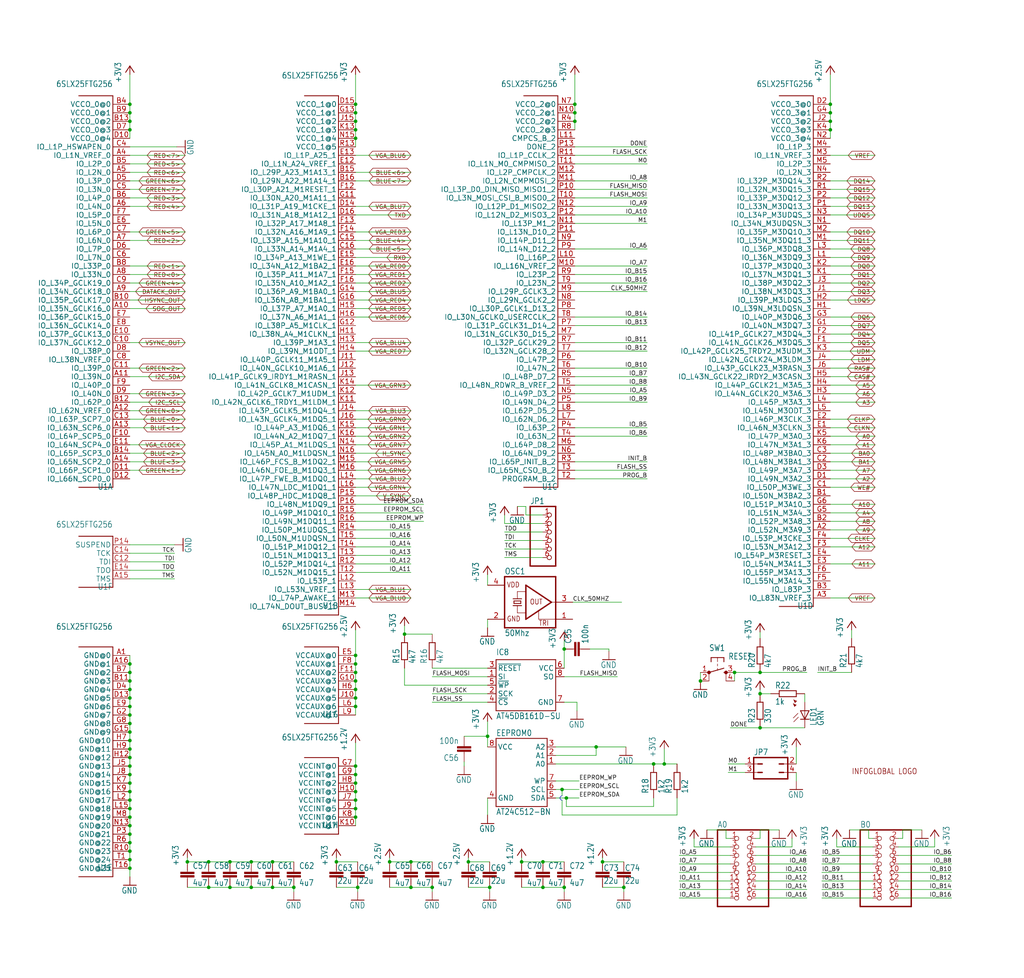
<source format=kicad_sch>
(kicad_sch (version 20250114) (generator "eeschema") (generator_version "9.0")
  (paper "User" 305.41 291.897)
  (arc (start 167.64 238.76) (mid 167.005 238.125) (end 167.64 237.49) (stroke (width 0.1524)))
  (junction (at 38.735 223.52))
  (junction (at 167.64 235.585))
  (junction (at 128.905 264.795))
  (junction (at 38.735 203.2))
  (junction (at 168.91 238.125))
  (junction (at 38.735 205.74))
  (junction (at 226.695 217.17))
  (junction (at 38.735 233.68))
  (junction (at 38.735 215.9))
  (junction (at 38.735 36.195))
  (junction (at 247.65 33.655))
  (junction (at 81.28 257.175))
  (junction (at 38.735 200.66))
  (junction (at 186.055 264.795))
  (junction (at 38.735 228.6))
  (junction (at 38.735 256.54))
  (junction (at 38.735 238.76))
  (junction (at 38.735 218.44))
  (junction (at 106.045 195.58))
  (junction (at 247.65 36.195))
  (junction (at 38.735 246.38))
  (junction (at 161.925 264.795))
  (junction (at 38.735 38.735))
  (junction (at 106.045 31.115))
  (junction (at 139.7 257.175))
  (junction (at 106.045 33.655))
  (junction (at 62.23 257.175))
  (junction (at 38.735 226.06))
  (junction (at 106.045 36.195))
  (junction (at 106.045 228.6))
  (junction (at 171.45 31.115))
  (junction (at 106.045 243.84))
  (junction (at 106.045 210.82))
  (junction (at 38.735 241.3))
  (junction (at 38.735 220.98))
  (junction (at 106.045 238.76))
  (junction (at 38.735 231.14))
  (junction (at 155.575 257.175))
  (junction (at 168.275 264.795))
  (junction (at 74.93 257.175))
  (junction (at 219.075 200.66))
  (junction (at 87.63 264.795))
  (junction (at 106.045 200.66))
  (junction (at 38.735 33.655))
  (junction (at 106.045 198.12))
  (junction (at 106.045 205.74))
  (junction (at 106.045 231.14))
  (junction (at 38.735 251.46))
  (junction (at 247.65 38.735))
  (junction (at 100.33 257.175))
  (junction (at 81.28 264.795))
  (junction (at 55.88 257.175))
  (junction (at 38.735 254))
  (junction (at 106.045 41.275))
  (junction (at 226.695 200.66))
  (junction (at 38.735 208.28))
  (junction (at 120.65 189.23))
  (junction (at 247.65 31.115))
  (junction (at 38.735 31.115))
  (junction (at 62.23 264.795))
  (junction (at 208.915 203.2))
  (junction (at 146.05 264.795))
  (junction (at 116.205 257.175))
  (junction (at 106.045 241.3))
  (junction (at 38.735 198.12))
  (junction (at 198.12 227.965))
  (junction (at 122.555 264.795))
  (junction (at 122.555 257.175))
  (junction (at 194.945 227.965))
  (junction (at 106.045 203.2))
  (junction (at 106.68 264.795))
  (junction (at 38.735 236.22))
  (junction (at 38.735 259.08))
  (junction (at 226.695 207.01))
  (junction (at 38.735 210.82))
  (junction (at 171.45 33.655))
  (junction (at 179.705 257.175))
  (junction (at 177.8 222.885))
  (junction (at 38.735 248.92))
  (junction (at 161.925 257.175))
  (junction (at 106.045 208.28))
  (junction (at 171.45 36.195))
  (junction (at 68.58 257.175))
  (junction (at 106.045 38.735))
  (junction (at 68.58 264.795))
  (junction (at 168.275 193.675))
  (junction (at 38.735 213.36))
  (junction (at 74.93 264.795))
  (junction (at 38.735 243.84))
  (junction (at 145.415 219.71))
  (junction (at 106.045 233.68))
  (junction (at 106.045 236.22))
  (wire (pts (xy 38.735 256.54) (xy 38.735 259.08)) (stroke (width 0.1524)))
  (wire (pts (xy 217.805 252.73) (xy 207.01 252.73)) (stroke (width 0.1524)))
  (wire (pts (xy 247.65 150.495) (xy 260.985 150.495)) (stroke (width 0.1524)))
  (wire (pts (xy 106.045 231.14) (xy 106.045 233.68)) (stroke (width 0.1524)))
  (wire (pts (xy 247.65 127.635) (xy 260.985 127.635)) (stroke (width 0.1524)))
  (wire (pts (xy 171.45 43.815) (xy 193.04 43.815)) (stroke (width 0.1524)))
  (wire (pts (xy 38.735 56.515) (xy 55.245 56.515)) (stroke (width 0.1524)))
  (wire (pts (xy 156.845 151.13) (xy 154.305 151.13)) (stroke (width 0.1524)))
  (wire (pts (xy 260.35 267.97) (xy 245.11 267.97)) (stroke (width 0.1524)))
  (wire (pts (xy 38.735 243.84) (xy 38.735 246.38)) (stroke (width 0.1524)))
  (wire (pts (xy 106.045 150.495) (xy 126.365 150.495)) (stroke (width 0.1524)))
  (wire (pts (xy 106.045 86.995) (xy 122.555 86.995)) (stroke (width 0.1524)))
  (wire (pts (xy 171.45 142.875) (xy 193.04 142.875)) (stroke (width 0.1524)))
  (wire (pts (xy 171.45 64.135) (xy 193.04 64.135)) (stroke (width 0.1524)))
  (wire (pts (xy 247.65 69.215) (xy 260.985 69.215)) (stroke (width 0.1524)))
  (wire (pts (xy 194.945 240.665) (xy 168.91 240.665)) (stroke (width 0.1524)))
  (wire (pts (xy 168.91 240.665) (xy 168.91 238.125)) (stroke (width 0.1524)))
  (wire (pts (xy 38.735 102.235) (xy 55.245 102.235)) (stroke (width 0.1524)))
  (wire (pts (xy 38.735 84.455) (xy 55.245 84.455)) (stroke (width 0.1524)))
  (wire (pts (xy 247.65 114.935) (xy 260.985 114.935)) (stroke (width 0.1524)))
  (wire (pts (xy 267.97 257.81) (xy 283.845 257.81)) (stroke (width 0.1524)))
  (wire (pts (xy 38.735 215.9) (xy 38.735 218.44)) (stroke (width 0.1524)))
  (wire (pts (xy 247.65 120.015) (xy 260.985 120.015)) (stroke (width 0.1524)))
  (wire (pts (xy 177.8 222.885) (xy 186.69 222.885)) (stroke (width 0.1524)))
  (wire (pts (xy 106.045 71.755) (xy 122.555 71.755)) (stroke (width 0.1524)))
  (wire (pts (xy 100.33 257.175) (xy 100.33 255.905)) (stroke (width 0.1524)))
  (wire (pts (xy 247.65 155.575) (xy 260.985 155.575)) (stroke (width 0.1524)))
  (wire (pts (xy 260.35 265.43) (xy 245.11 265.43)) (stroke (width 0.1524)))
  (wire (pts (xy 38.735 210.82) (xy 38.735 213.36)) (stroke (width 0.1524)))
  (wire (pts (xy 168.275 264.795) (xy 161.925 264.795)) (stroke (width 0.1524)))
  (wire (pts (xy 106.045 102.235) (xy 122.555 102.235)) (stroke (width 0.1524)))
  (wire (pts (xy 171.45 53.975) (xy 193.04 53.975)) (stroke (width 0.1524)))
  (wire (pts (xy 38.735 41.275) (xy 38.735 38.735)) (stroke (width 0.1524)))
  (wire (pts (xy 247.65 81.915) (xy 260.985 81.915)) (stroke (width 0.1524)))
  (wire (pts (xy 171.45 109.855) (xy 193.04 109.855)) (stroke (width 0.1524)))
  (wire (pts (xy 247.65 153.035) (xy 260.985 153.035)) (stroke (width 0.1524)))
  (wire (pts (xy 106.045 228.6) (xy 106.045 231.14)) (stroke (width 0.1524)))
  (wire (pts (xy 168.275 264.795) (xy 168.275 266.065)) (stroke (width 0.1524)))
  (wire (pts (xy 247.65 109.855) (xy 260.985 109.855)) (stroke (width 0.1524)))
  (wire (pts (xy 177.8 222.885) (xy 177.8 225.425)) (stroke (width 0.1524)))
  (wire (pts (xy 269.24 250.19) (xy 267.97 250.19)) (stroke (width 0.1524)))
  (wire (pts (xy 216.535 250.19) (xy 217.805 250.19)) (stroke (width 0.1524)))
  (wire (pts (xy 106.045 130.175) (xy 122.555 130.175)) (stroke (width 0.1524)))
  (wire (pts (xy 100.33 257.175) (xy 106.68 257.175)) (stroke (width 0.1524)))
  (wire (pts (xy 171.45 74.295) (xy 193.04 74.295)) (stroke (width 0.1524)))
  (wire (pts (xy 38.735 172.72) (xy 52.07 172.72)) (stroke (width 0.1524)))
  (wire (pts (xy 226.695 247.65) (xy 226.695 250.19)) (stroke (width 0.1524)))
  (wire (pts (xy 222.25 227.965) (xy 217.17 227.965)) (stroke (width 0.1524)))
  (wire (pts (xy 155.575 257.175) (xy 155.575 255.905)) (stroke (width 0.1524)))
  (wire (pts (xy 38.735 248.92) (xy 38.735 251.46)) (stroke (width 0.1524)))
  (wire (pts (xy 38.735 205.74) (xy 38.735 208.28)) (stroke (width 0.1524)))
  (wire (pts (xy 247.65 140.335) (xy 260.985 140.335)) (stroke (width 0.1524)))
  (wire (pts (xy 247.65 38.735) (xy 247.65 41.275)) (stroke (width 0.1524)))
  (wire (pts (xy 260.35 250.19) (xy 259.08 250.19)) (stroke (width 0.1524)))
  (wire (pts (xy 81.28 264.795) (xy 87.63 264.795)) (stroke (width 0.1524)))
  (wire (pts (xy 106.045 36.195) (xy 106.045 33.655)) (stroke (width 0.1524)))
  (wire (pts (xy 38.735 36.195) (xy 38.735 33.655)) (stroke (width 0.1524)))
  (wire (pts (xy 260.35 252.73) (xy 249.555 252.73)) (stroke (width 0.1524)))
  (wire (pts (xy 68.58 264.795) (xy 74.93 264.795)) (stroke (width 0.1524)))
  (wire (pts (xy 171.45 79.375) (xy 193.04 79.375)) (stroke (width 0.1524)))
  (wire (pts (xy 171.45 48.895) (xy 193.04 48.895)) (stroke (width 0.1524)))
  (wire (pts (xy 179.705 264.795) (xy 186.055 264.795)) (stroke (width 0.1524)))
  (wire (pts (xy 222.25 230.505) (xy 217.17 230.505)) (stroke (width 0.1524)))
  (wire (pts (xy 74.93 257.175) (xy 81.28 257.175)) (stroke (width 0.1524)))
  (wire (pts (xy 38.735 38.735) (xy 38.735 36.195)) (stroke (width 0.1524)))
  (wire (pts (xy 106.045 92.075) (xy 122.555 92.075)) (stroke (width 0.1524)))
  (wire (pts (xy 106.045 122.555) (xy 122.555 122.555)) (stroke (width 0.1524)))
  (wire (pts (xy 38.735 203.2) (xy 38.735 205.74)) (stroke (width 0.1524)))
  (wire (pts (xy 38.735 92.075) (xy 55.245 92.075)) (stroke (width 0.1524)))
  (wire (pts (xy 171.45 104.775) (xy 193.04 104.775)) (stroke (width 0.1524)))
  (wire (pts (xy 38.735 233.68) (xy 38.735 236.22)) (stroke (width 0.1524)))
  (wire (pts (xy 38.735 246.38) (xy 38.735 248.92)) (stroke (width 0.1524)))
  (wire (pts (xy 38.735 48.895) (xy 55.245 48.895)) (stroke (width 0.1524)))
  (wire (pts (xy 247.65 135.255) (xy 260.985 135.255)) (stroke (width 0.1524)))
  (wire (pts (xy 247.65 86.995) (xy 260.985 86.995)) (stroke (width 0.1524)))
  (wire (pts (xy 240.03 207.01) (xy 240.03 209.55)) (stroke (width 0.1524)))
  (wire (pts (xy 171.45 36.195) (xy 171.45 38.735)) (stroke (width 0.1524)))
  (wire (pts (xy 106.045 31.115) (xy 106.045 22.225)) (stroke (width 0.1524)))
  (wire (pts (xy 38.735 43.815) (xy 52.705 43.815)) (stroke (width 0.1524)))
  (wire (pts (xy 38.735 167.64) (xy 52.07 167.64)) (stroke (width 0.1524)))
  (wire (pts (xy 106.045 76.835) (xy 122.555 76.835)) (stroke (width 0.1524)))
  (wire (pts (xy 267.97 255.27) (xy 283.845 255.27)) (stroke (width 0.1524)))
  (wire (pts (xy 168.275 201.93) (xy 184.15 201.93)) (stroke (width 0.1524)))
  (wire (pts (xy 146.05 266.065) (xy 146.05 264.795)) (stroke (width 0.1524)))
  (wire (pts (xy 172.085 209.55) (xy 172.085 212.09)) (stroke (width 0.1524)))
  (wire (pts (xy 247.65 130.175) (xy 260.985 130.175)) (stroke (width 0.1524)))
  (wire (pts (xy 165.735 227.965) (xy 194.945 227.965)) (stroke (width 0.1524)))
  (wire (pts (xy 38.735 127.635) (xy 55.245 127.635)) (stroke (width 0.1524)))
  (wire (pts (xy 38.735 140.335) (xy 55.245 140.335)) (stroke (width 0.1524)))
  (wire (pts (xy 226.695 250.19) (xy 225.425 250.19)) (stroke (width 0.1524)))
  (wire (pts (xy 38.735 61.595) (xy 55.245 61.595)) (stroke (width 0.1524)))
  (wire (pts (xy 38.735 89.535) (xy 55.245 89.535)) (stroke (width 0.1524)))
  (wire (pts (xy 267.97 262.89) (xy 283.845 262.89)) (stroke (width 0.1524)))
  (wire (pts (xy 106.045 84.455) (xy 122.555 84.455)) (stroke (width 0.1524)))
  (wire (pts (xy 171.45 61.595) (xy 193.04 61.595)) (stroke (width 0.1524)))
  (wire (pts (xy 38.735 81.915) (xy 55.245 81.915)) (stroke (width 0.1524)))
  (wire (pts (xy 171.45 114.935) (xy 193.04 114.935)) (stroke (width 0.1524)))
  (wire (pts (xy 171.45 33.655) (xy 171.45 36.195)) (stroke (width 0.1524)))
  (wire (pts (xy 106.045 160.655) (xy 122.555 160.655)) (stroke (width 0.1524)))
  (wire (pts (xy 247.65 137.795) (xy 260.985 137.795)) (stroke (width 0.1524)))
  (wire (pts (xy 278.765 252.73) (xy 278.765 250.19)) (stroke (width 0.1524)))
  (wire (pts (xy 247.65 168.275) (xy 260.985 168.275)) (stroke (width 0.1524)))
  (wire (pts (xy 247.65 56.515) (xy 260.985 56.515)) (stroke (width 0.1524)))
  (wire (pts (xy 247.65 64.135) (xy 260.985 64.135)) (stroke (width 0.1524)))
  (wire (pts (xy 106.045 175.895) (xy 122.555 175.895)) (stroke (width 0.1524)))
  (wire (pts (xy 247.65 160.655) (xy 260.985 160.655)) (stroke (width 0.1524)))
  (wire (pts (xy 38.735 132.715) (xy 55.245 132.715)) (stroke (width 0.1524)))
  (wire (pts (xy 247.65 104.775) (xy 260.985 104.775)) (stroke (width 0.1524)))
  (wire (pts (xy 87.63 264.795) (xy 87.63 266.065)) (stroke (width 0.1524)))
  (wire (pts (xy 171.45 127.635) (xy 193.04 127.635)) (stroke (width 0.1524)))
  (wire (pts (xy 217.805 262.89) (xy 202.565 262.89)) (stroke (width 0.1524)))
  (wire (pts (xy 139.7 257.175) (xy 146.05 257.175)) (stroke (width 0.1524)))
  (wire (pts (xy 170.815 179.705) (xy 185.42 179.705)) (stroke (width 0.1524)))
  (wire (pts (xy 168.275 193.675) (xy 168.275 191.135)) (stroke (width 0.1524)))
  (wire (pts (xy 106.045 168.275) (xy 122.555 168.275)) (stroke (width 0.1524)))
  (wire (pts (xy 38.735 31.115) (xy 38.735 22.225)) (stroke (width 0.1524)))
  (wire (pts (xy 106.045 127.635) (xy 122.555 127.635)) (stroke (width 0.1524)))
  (wire (pts (xy 106.045 165.735) (xy 122.555 165.735)) (stroke (width 0.1524)))
  (wire (pts (xy 38.735 223.52) (xy 38.735 226.06)) (stroke (width 0.1524)))
  (wire (pts (xy 106.045 203.2) (xy 106.045 205.74)) (stroke (width 0.1524)))
  (wire (pts (xy 171.45 56.515) (xy 193.04 56.515)) (stroke (width 0.1524)))
  (wire (pts (xy 171.45 81.915) (xy 193.04 81.915)) (stroke (width 0.1524)))
  (wire (pts (xy 122.555 257.175) (xy 128.905 257.175)) (stroke (width 0.1524)))
  (wire (pts (xy 161.925 257.175) (xy 168.275 257.175)) (stroke (width 0.1524)))
  (wire (pts (xy 145.415 209.55) (xy 128.905 209.55)) (stroke (width 0.1524)))
  (wire (pts (xy 247.65 71.755) (xy 260.985 71.755)) (stroke (width 0.1524)))
  (wire (pts (xy 165.735 238.125) (xy 168.91 238.125)) (stroke (width 0.1524)))
  (wire (pts (xy 171.45 22.225) (xy 171.45 31.115)) (stroke (width 0.1524)))
  (wire (pts (xy 106.045 147.955) (xy 122.555 147.955)) (stroke (width 0.1524)))
  (wire (pts (xy 122.555 264.795) (xy 116.205 264.795)) (stroke (width 0.1524)))
  (wire (pts (xy 165.735 222.885) (xy 177.8 222.885)) (stroke (width 0.1524)))
  (wire (pts (xy 38.735 226.06) (xy 38.735 228.6)) (stroke (width 0.1524)))
  (wire (pts (xy 116.205 257.175) (xy 122.555 257.175)) (stroke (width 0.1524)))
  (wire (pts (xy 38.735 251.46) (xy 38.735 254)) (stroke (width 0.1524)))
  (wire (pts (xy 62.23 257.175) (xy 68.58 257.175)) (stroke (width 0.1524)))
  (wire (pts (xy 171.45 46.355) (xy 193.04 46.355)) (stroke (width 0.1524)))
  (wire (pts (xy 171.45 120.015) (xy 193.04 120.015)) (stroke (width 0.1524)))
  (wire (pts (xy 106.045 205.74) (xy 106.045 208.28)) (stroke (width 0.1524)))
  (wire (pts (xy 247.65 79.375) (xy 260.985 79.375)) (stroke (width 0.1524)))
  (wire (pts (xy 167.64 237.49) (xy 167.64 235.585)) (stroke (width 0.1524)))
  (wire (pts (xy 247.65 89.535) (xy 260.985 89.535)) (stroke (width 0.1524)))
  (wire (pts (xy 217.805 265.43) (xy 202.565 265.43)) (stroke (width 0.1524)))
  (wire (pts (xy 168.91 238.125) (xy 172.72 238.125)) (stroke (width 0.1524)))
  (wire (pts (xy 106.045 89.535) (xy 122.555 89.535)) (stroke (width 0.1524)))
  (wire (pts (xy 106.045 104.775) (xy 122.555 104.775)) (stroke (width 0.1524)))
  (wire (pts (xy 38.735 231.14) (xy 38.735 233.68)) (stroke (width 0.1524)))
  (wire (pts (xy 38.735 59.055) (xy 55.245 59.055)) (stroke (width 0.1524)))
  (wire (pts (xy 210.82 247.65) (xy 216.535 247.65)) (stroke (width 0.1524)))
  (wire (pts (xy 106.045 46.355) (xy 122.555 46.355)) (stroke (width 0.1524)))
  (wire (pts (xy 217.805 267.97) (xy 202.565 267.97)) (stroke (width 0.1524)))
  (wire (pts (xy 106.045 158.115) (xy 122.555 158.115)) (stroke (width 0.1524)))
  (wire (pts (xy 106.045 81.915) (xy 122.555 81.915)) (stroke (width 0.1524)))
  (wire (pts (xy 38.735 120.015) (xy 55.245 120.015)) (stroke (width 0.1524)))
  (wire (pts (xy 247.65 61.595) (xy 260.985 61.595)) (stroke (width 0.1524)))
  (wire (pts (xy 155.575 257.175) (xy 161.925 257.175)) (stroke (width 0.1524)))
  (wire (pts (xy 171.45 137.795) (xy 193.04 137.795)) (stroke (width 0.1524)))
  (wire (pts (xy 207.01 252.73) (xy 207.01 250.19)) (stroke (width 0.1524)))
  (wire (pts (xy 38.735 208.28) (xy 38.735 210.82)) (stroke (width 0.1524)))
  (wire (pts (xy 116.205 255.905) (xy 116.205 257.175)) (stroke (width 0.1524)))
  (wire (pts (xy 38.735 236.22) (xy 38.735 238.76)) (stroke (width 0.1524)))
  (wire (pts (xy 138.43 219.71) (xy 145.415 219.71)) (stroke (width 0.1524)))
  (wire (pts (xy 106.045 94.615) (xy 122.555 94.615)) (stroke (width 0.1524)))
  (wire (pts (xy 161.925 158.75) (xy 150.495 158.75)) (stroke (width 0.1524)))
  (wire (pts (xy 106.045 178.435) (xy 122.555 178.435)) (stroke (width 0.1524)))
  (wire (pts (xy 219.075 200.66) (xy 226.695 200.66)) (stroke (width 0.1524)))
  (wire (pts (xy 236.22 252.73) (xy 225.425 252.73)) (stroke (width 0.1524)))
  (wire (pts (xy 167.64 243.205) (xy 167.64 238.76)) (stroke (width 0.1524)))
  (wire (pts (xy 247.65 125.095) (xy 260.985 125.095)) (stroke (width 0.1524)))
  (wire (pts (xy 106.045 208.28) (xy 106.045 210.82)) (stroke (width 0.1524)))
  (wire (pts (xy 38.735 112.395) (xy 55.245 112.395)) (stroke (width 0.1524)))
  (wire (pts (xy 106.045 236.22) (xy 106.045 238.76)) (stroke (width 0.1524)))
  (wire (pts (xy 179.705 255.905) (xy 179.705 257.175)) (stroke (width 0.1524)))
  (wire (pts (xy 247.65 145.415) (xy 260.985 145.415)) (stroke (width 0.1524)))
  (wire (pts (xy 106.045 74.295) (xy 122.555 74.295)) (stroke (width 0.1524)))
  (wire (pts (xy 225.425 257.81) (xy 240.665 257.81)) (stroke (width 0.1524)))
  (wire (pts (xy 38.735 218.44) (xy 38.735 220.98)) (stroke (width 0.1524)))
  (wire (pts (xy 240.03 217.17) (xy 226.695 217.17)) (stroke (width 0.1524)))
  (wire (pts (xy 106.045 153.035) (xy 126.365 153.035)) (stroke (width 0.1524)))
  (wire (pts (xy 247.65 59.055) (xy 260.985 59.055)) (stroke (width 0.1524)))
  (wire (pts (xy 106.045 195.58) (xy 106.045 198.12)) (stroke (width 0.1524)))
  (wire (pts (xy 198.12 223.52) (xy 198.12 227.965)) (stroke (width 0.1524)))
  (wire (pts (xy 247.65 132.715) (xy 260.985 132.715)) (stroke (width 0.1524)))
  (wire (pts (xy 145.415 204.47) (xy 120.65 204.47)) (stroke (width 0.1524)))
  (wire (pts (xy 145.415 201.93) (xy 128.905 201.93)) (stroke (width 0.1524)))
  (wire (pts (xy 38.735 137.795) (xy 55.245 137.795)) (stroke (width 0.1524)))
  (wire (pts (xy 171.45 140.335) (xy 193.04 140.335)) (stroke (width 0.1524)))
  (wire (pts (xy 106.045 140.335) (xy 122.555 140.335)) (stroke (width 0.1524)))
  (wire (pts (xy 267.97 252.73) (xy 278.765 252.73)) (stroke (width 0.1524)))
  (wire (pts (xy 38.735 170.18) (xy 52.07 170.18)) (stroke (width 0.1524)))
  (wire (pts (xy 38.735 46.355) (xy 55.245 46.355)) (stroke (width 0.1524)))
  (wire (pts (xy 254 187.96) (xy 254 190.5)) (stroke (width 0.1524)))
  (wire (pts (xy 106.68 266.065) (xy 106.68 264.795)) (stroke (width 0.1524)))
  (wire (pts (xy 38.735 109.855) (xy 55.245 109.855)) (stroke (width 0.1524)))
  (wire (pts (xy 247.65 94.615) (xy 260.985 94.615)) (stroke (width 0.1524)))
  (wire (pts (xy 128.905 189.23) (xy 120.65 189.23)) (stroke (width 0.1524)))
  (wire (pts (xy 247.65 76.835) (xy 260.985 76.835)) (stroke (width 0.1524)))
  (wire (pts (xy 106.045 61.595) (xy 122.555 61.595)) (stroke (width 0.1524)))
  (wire (pts (xy 161.925 163.83) (xy 150.495 163.83)) (stroke (width 0.1524)))
  (wire (pts (xy 128.905 266.065) (xy 128.905 264.795)) (stroke (width 0.1524)))
  (wire (pts (xy 106.045 241.3) (xy 106.045 243.84)) (stroke (width 0.1524)))
  (wire (pts (xy 247.65 74.295) (xy 260.985 74.295)) (stroke (width 0.1524)))
  (wire (pts (xy 226.695 217.17) (xy 217.805 217.17)) (stroke (width 0.1524)))
  (wire (pts (xy 106.045 125.095) (xy 122.555 125.095)) (stroke (width 0.1524)))
  (wire (pts (xy 161.925 153.67) (xy 156.845 153.67)) (stroke (width 0.1524)))
  (wire (pts (xy 237.49 227.965) (xy 237.49 222.885)) (stroke (width 0.1524)))
  (wire (pts (xy 62.23 264.795) (xy 68.58 264.795)) (stroke (width 0.1524)))
  (wire (pts (xy 247.65 142.875) (xy 260.985 142.875)) (stroke (width 0.1524)))
  (wire (pts (xy 198.12 227.965) (xy 201.93 227.965)) (stroke (width 0.1524)))
  (wire (pts (xy 74.93 264.795) (xy 81.28 264.795)) (stroke (width 0.1524)))
  (wire (pts (xy 106.045 33.655) (xy 106.045 31.115)) (stroke (width 0.1524)))
  (wire (pts (xy 167.64 235.585) (xy 172.72 235.585)) (stroke (width 0.1524)))
  (wire (pts (xy 171.45 97.155) (xy 193.04 97.155)) (stroke (width 0.1524)))
  (wire (pts (xy 106.045 187.96) (xy 106.045 195.58)) (stroke (width 0.1524)))
  (wire (pts (xy 260.35 260.35) (xy 245.11 260.35)) (stroke (width 0.1524)))
  (wire (pts (xy 171.45 112.395) (xy 193.04 112.395)) (stroke (width 0.1524)))
  (wire (pts (xy 236.22 250.19) (xy 236.22 252.73)) (stroke (width 0.1524)))
  (wire (pts (xy 247.65 107.315) (xy 260.985 107.315)) (stroke (width 0.1524)))
  (wire (pts (xy 216.535 247.65) (xy 216.535 250.19)) (stroke (width 0.1524)))
  (wire (pts (xy 38.735 254) (xy 38.735 256.54)) (stroke (width 0.1524)))
  (wire (pts (xy 247.65 178.435) (xy 260.985 178.435)) (stroke (width 0.1524)))
  (wire (pts (xy 237.49 230.505) (xy 237.49 233.045)) (stroke (width 0.1524)))
  (wire (pts (xy 145.415 219.71) (xy 145.415 222.885)) (stroke (width 0.1524)))
  (wire (pts (xy 226.695 207.01) (xy 226.695 205.74)) (stroke (width 0.1524)))
  (wire (pts (xy 106.045 43.815) (xy 106.045 41.275)) (stroke (width 0.1524)))
  (wire (pts (xy 120.65 204.47) (xy 120.65 199.39)) (stroke (width 0.1524)))
  (wire (pts (xy 201.93 238.125) (xy 201.93 243.205)) (stroke (width 0.1524)))
  (wire (pts (xy 259.08 247.65) (xy 253.365 247.65)) (stroke (width 0.1524)))
  (wire (pts (xy 219.075 203.2) (xy 219.075 200.66)) (stroke (width 0.1524)))
  (wire (pts (xy 106.045 142.875) (xy 122.555 142.875)) (stroke (width 0.1524)))
  (wire (pts (xy 120.65 186.69) (xy 120.65 189.23)) (stroke (width 0.1524)))
  (wire (pts (xy 150.495 156.21) (xy 150.495 153.67)) (stroke (width 0.1524)))
  (wire (pts (xy 194.945 227.965) (xy 198.12 227.965)) (stroke (width 0.1524)))
  (wire (pts (xy 165.735 235.585) (xy 167.64 235.585)) (stroke (width 0.1524)))
  (wire (pts (xy 217.805 260.35) (xy 202.565 260.35)) (stroke (width 0.1524)))
  (wire (pts (xy 100.33 264.795) (xy 106.68 264.795)) (stroke (width 0.1524)))
  (wire (pts (xy 38.735 241.3) (xy 38.735 243.84)) (stroke (width 0.1524)))
  (wire (pts (xy 55.88 264.795) (xy 62.23 264.795)) (stroke (width 0.1524)))
  (wire (pts (xy 38.735 198.12) (xy 38.735 200.66)) (stroke (width 0.1524)))
  (wire (pts (xy 168.275 209.55) (xy 172.085 209.55)) (stroke (width 0.1524)))
  (wire (pts (xy 247.65 97.155) (xy 260.985 97.155)) (stroke (width 0.1524)))
  (wire (pts (xy 247.65 46.355) (xy 260.985 46.355)) (stroke (width 0.1524)))
  (wire (pts (xy 145.415 207.01) (xy 128.905 207.01)) (stroke (width 0.1524)))
  (wire (pts (xy 165.735 233.045) (xy 172.72 233.045)) (stroke (width 0.1524)))
  (wire (pts (xy 171.45 86.995) (xy 193.04 86.995)) (stroke (width 0.1524)))
  (wire (pts (xy 106.045 170.815) (xy 122.555 170.815)) (stroke (width 0.1524)))
  (wire (pts (xy 106.045 155.575) (xy 126.365 155.575)) (stroke (width 0.1524)))
  (wire (pts (xy 247.65 33.655) (xy 247.65 36.195)) (stroke (width 0.1524)))
  (wire (pts (xy 177.8 225.425) (xy 165.735 225.425)) (stroke (width 0.1524)))
  (wire (pts (xy 232.41 247.65) (xy 226.695 247.65)) (stroke (width 0.1524)))
  (wire (pts (xy 106.045 64.135) (xy 122.555 64.135)) (stroke (width 0.1524)))
  (wire (pts (xy 38.735 53.975) (xy 55.245 53.975)) (stroke (width 0.1524)))
  (wire (pts (xy 254 200.66) (xy 243.84 200.66)) (stroke (width 0.1524)))
  (wire (pts (xy 260.35 255.27) (xy 245.11 255.27)) (stroke (width 0.1524)))
  (wire (pts (xy 106.045 135.255) (xy 122.555 135.255)) (stroke (width 0.1524)))
  (wire (pts (xy 247.65 163.195) (xy 260.985 163.195)) (stroke (width 0.1524)))
  (wire (pts (xy 106.045 41.275) (xy 106.045 38.735)) (stroke (width 0.1524)))
  (wire (pts (xy 55.88 257.175) (xy 62.23 257.175)) (stroke (width 0.1524)))
  (wire (pts (xy 38.735 213.36) (xy 38.735 215.9)) (stroke (width 0.1524)))
  (wire (pts (xy 171.45 31.115) (xy 171.45 33.655)) (stroke (width 0.1524)))
  (wire (pts (xy 138.43 228.6) (xy 138.43 227.33)) (stroke (width 0.1524)))
  (wire (pts (xy 247.65 53.975) (xy 260.985 53.975)) (stroke (width 0.1524)))
  (wire (pts (xy 171.45 117.475) (xy 193.04 117.475)) (stroke (width 0.1524)))
  (wire (pts (xy 38.735 165.1) (xy 52.07 165.1)) (stroke (width 0.1524)))
  (wire (pts (xy 260.35 257.81) (xy 245.11 257.81)) (stroke (width 0.1524)))
  (wire (pts (xy 139.7 264.795) (xy 146.05 264.795)) (stroke (width 0.1524)))
  (wire (pts (xy 171.45 59.055) (xy 193.04 59.055)) (stroke (width 0.1524)))
  (wire (pts (xy 225.425 255.27) (xy 240.665 255.27)) (stroke (width 0.1524)))
  (wire (pts (xy 38.735 51.435) (xy 55.245 51.435)) (stroke (width 0.1524)))
  (wire (pts (xy 38.735 71.755) (xy 55.245 71.755)) (stroke (width 0.1524)))
  (wire (pts (xy 171.45 84.455) (xy 193.04 84.455)) (stroke (width 0.1524)))
  (wire (pts (xy 156.845 153.67) (xy 156.845 151.13)) (stroke (width 0.1524)))
  (wire (pts (xy 225.425 262.89) (xy 240.665 262.89)) (stroke (width 0.1524)))
  (wire (pts (xy 225.425 265.43) (xy 240.665 265.43)) (stroke (width 0.1524)))
  (wire (pts (xy 38.735 117.475) (xy 55.245 117.475)) (stroke (width 0.1524)))
  (wire (pts (xy 145.415 187.325) (xy 145.415 184.785)) (stroke (width 0.1524)))
  (wire (pts (xy 247.65 99.695) (xy 260.985 99.695)) (stroke (width 0.1524)))
  (wire (pts (xy 260.35 262.89) (xy 245.11 262.89)) (stroke (width 0.1524)))
  (wire (pts (xy 171.45 130.175) (xy 193.04 130.175)) (stroke (width 0.1524)))
  (wire (pts (xy 106.045 132.715) (xy 122.555 132.715)) (stroke (width 0.1524)))
  (wire (pts (xy 106.045 233.68) (xy 106.045 236.22)) (stroke (width 0.1524)))
  (wire (pts (xy 38.735 33.655) (xy 38.735 31.115)) (stroke (width 0.1524)))
  (wire (pts (xy 225.425 267.97) (xy 240.665 267.97)) (stroke (width 0.1524)))
  (wire (pts (xy 106.045 53.975) (xy 122.555 53.975)) (stroke (width 0.1524)))
  (wire (pts (xy 247.65 112.395) (xy 260.985 112.395)) (stroke (width 0.1524)))
  (wire (pts (xy 259.08 250.19) (xy 259.08 247.65)) (stroke (width 0.1524)))
  (wire (pts (xy 38.735 259.08) (xy 38.735 261.62)) (stroke (width 0.1524)))
  (wire (pts (xy 106.045 79.375) (xy 122.555 79.375)) (stroke (width 0.1524)))
  (wire (pts (xy 106.045 163.195) (xy 122.555 163.195)) (stroke (width 0.1524)))
  (wire (pts (xy 38.735 122.555) (xy 55.245 122.555)) (stroke (width 0.1524)))
  (wire (pts (xy 161.925 161.29) (xy 150.495 161.29)) (stroke (width 0.1524)))
  (wire (pts (xy 194.945 238.125) (xy 194.945 240.665)) (stroke (width 0.1524)))
  (wire (pts (xy 267.97 260.35) (xy 283.845 260.35)) (stroke (width 0.1524)))
  (wire (pts (xy 38.735 195.58) (xy 38.735 198.12)) (stroke (width 0.1524)))
  (wire (pts (xy 247.65 102.235) (xy 260.985 102.235)) (stroke (width 0.1524)))
  (wire (pts (xy 106.045 243.84) (xy 106.045 246.38)) (stroke (width 0.1524)))
  (wire (pts (xy 55.88 257.175) (xy 55.88 255.905)) (stroke (width 0.1524)))
  (wire (pts (xy 161.925 264.795) (xy 155.575 264.795)) (stroke (width 0.1524)))
  (wire (pts (xy 106.045 238.76) (xy 106.045 241.3)) (stroke (width 0.1524)))
  (wire (pts (xy 226.695 200.66) (xy 240.665 200.66)) (stroke (width 0.1524)))
  (wire (pts (xy 81.28 257.175) (xy 87.63 257.175)) (stroke (width 0.1524)))
  (wire (pts (xy 106.045 200.66) (xy 106.045 203.2)) (stroke (width 0.1524)))
  (wire (pts (xy 106.045 145.415) (xy 122.555 145.415)) (stroke (width 0.1524)))
  (wire (pts (xy 145.415 199.39) (xy 128.905 199.39)) (stroke (width 0.1524)))
  (wire (pts (xy 217.805 255.27) (xy 202.565 255.27)) (stroke (width 0.1524)))
  (wire (pts (xy 38.735 162.56) (xy 52.07 162.56)) (stroke (width 0.1524)))
  (wire (pts (xy 171.45 94.615) (xy 193.04 94.615)) (stroke (width 0.1524)))
  (wire (pts (xy 168.275 199.39) (xy 168.275 193.675)) (stroke (width 0.1524)))
  (wire (pts (xy 145.415 215.265) (xy 145.415 219.71)) (stroke (width 0.1524)))
  (wire (pts (xy 247.65 22.225) (xy 247.65 31.115)) (stroke (width 0.1524)))
  (wire (pts (xy 106.045 114.935) (xy 122.555 114.935)) (stroke (width 0.1524)))
  (wire (pts (xy 267.97 267.97) (xy 283.845 267.97)) (stroke (width 0.1524)))
  (wire (pts (xy 186.055 266.065) (xy 186.055 264.795)) (stroke (width 0.1524)))
  (wire (pts (xy 139.7 257.175) (xy 139.7 255.905)) (stroke (width 0.1524)))
  (wire (pts (xy 38.735 220.98) (xy 38.735 223.52)) (stroke (width 0.1524)))
  (wire (pts (xy 247.65 36.195) (xy 247.65 38.735)) (stroke (width 0.1524)))
  (wire (pts (xy 161.925 156.21) (xy 150.495 156.21)) (stroke (width 0.1524)))
  (wire (pts (xy 106.045 51.435) (xy 122.555 51.435)) (stroke (width 0.1524)))
  (wire (pts (xy 38.735 228.6) (xy 38.735 231.14)) (stroke (width 0.1524)))
  (wire (pts (xy 226.695 188.595) (xy 226.695 190.5)) (stroke (width 0.1524)))
  (wire (pts (xy 247.65 31.115) (xy 247.65 33.655)) (stroke (width 0.1524)))
  (wire (pts (xy 38.735 238.76) (xy 38.735 241.3)) (stroke (width 0.1524)))
  (wire (pts (xy 38.735 135.255) (xy 55.245 135.255)) (stroke (width 0.1524)))
  (wire (pts (xy 38.735 200.66) (xy 38.735 203.2)) (stroke (width 0.1524)))
  (wire (pts (xy 229.87 207.01) (xy 226.695 207.01)) (stroke (width 0.1524)))
  (wire (pts (xy 249.555 252.73) (xy 249.555 250.19)) (stroke (width 0.1524)))
  (wire (pts (xy 38.735 79.375) (xy 55.245 79.375)) (stroke (width 0.1524)))
  (wire (pts (xy 217.805 257.81) (xy 202.565 257.81)) (stroke (width 0.1524)))
  (wire (pts (xy 68.58 257.175) (xy 74.93 257.175)) (stroke (width 0.1524)))
  (wire (pts (xy 171.45 102.235) (xy 193.04 102.235)) (stroke (width 0.1524)))
  (wire (pts (xy 106.045 198.12) (xy 106.045 200.66)) (stroke (width 0.1524)))
  (wire (pts (xy 181.61 193.675) (xy 181.61 194.31)) (stroke (width 0.1524)))
  (wire (pts (xy 106.045 38.735) (xy 106.045 36.195)) (stroke (width 0.1524)))
  (wire (pts (xy 38.735 86.995) (xy 55.245 86.995)) (stroke (width 0.1524)))
  (wire (pts (xy 247.65 84.455) (xy 260.985 84.455)) (stroke (width 0.1524)))
  (wire (pts (xy 106.045 210.82) (xy 106.045 213.36)) (stroke (width 0.1524)))
  (wire (pts (xy 106.045 137.795) (xy 122.555 137.795)) (stroke (width 0.1524)))
  (wire (pts (xy 171.45 66.675) (xy 193.04 66.675)) (stroke (width 0.1524)))
  (wire (pts (xy 106.045 69.215) (xy 122.555 69.215)) (stroke (width 0.1524)))
  (wire (pts (xy 106.045 221.615) (xy 106.045 228.6)) (stroke (width 0.1524)))
  (wire (pts (xy 38.735 125.095) (xy 55.245 125.095)) (stroke (width 0.1524)))
  (wire (pts (xy 179.705 257.175) (xy 186.055 257.175)) (stroke (width 0.1524)))
  (wire (pts (xy 38.735 69.215) (xy 55.245 69.215)) (stroke (width 0.1524)))
  (wire (pts (xy 201.93 243.205) (xy 167.64 243.205)) (stroke (width 0.1524)))
  (wire (pts (xy 128.905 264.795) (xy 122.555 264.795)) (stroke (width 0.1524)))
  (wire (pts (xy 145.415 243.205) (xy 145.415 238.125)) (stroke (width 0.1524)))
  (wire (pts (xy 274.955 247.65) (xy 269.24 247.65)) (stroke (width 0.1524)))
  (wire (pts (xy 145.415 174.625) (xy 145.415 171.45)) (stroke (width 0.1524)))
  (wire (pts (xy 247.65 117.475) (xy 260.985 117.475)) (stroke (width 0.1524)))
  (wire (pts (xy 269.24 247.65) (xy 269.24 250.19)) (stroke (width 0.1524)))
  (wire (pts (xy 208.915 200.66) (xy 208.915 203.2)) (stroke (width 0.1524)))
  (wire (pts (xy 225.425 260.35) (xy 240.665 260.35)) (stroke (width 0.1524)))
  (wire (pts (xy 247.65 158.115) (xy 260.985 158.115)) (stroke (width 0.1524)))
  (wire (pts (xy 267.97 265.43) (xy 283.845 265.43)) (stroke (width 0.1524)))
  (wire (pts (xy 175.895 193.675) (xy 181.61 193.675)) (stroke (width 0.1524)))
  (wire (pts (xy 161.925 166.37) (xy 150.495 166.37)) (stroke (width 0.1524)))
  (label "FLASH_MOSI" (at 128.905 201.93 0) (effects (font (size 1.2446 1.2446))))
  (label "IO_A12" (at 240.665 262.89 180) (effects (font (size 1.2446 1.2446))))
  (label "EEPROM_WP" (at 172.72 233.045 0) (effects (font (size 1.2446 1.2446))))
  (label "IO_A16" (at 240.665 267.97 180) (effects (font (size 1.2446 1.2446))))
  (label "IO_A5" (at 193.04 117.475 180) (effects (font (size 1.2446 1.2446))))
  (label "FLASH_MISO" (at 193.04 56.515 180) (effects (font (size 1.2446 1.2446))))
  (label "IO_A6" (at 193.04 74.295 180) (effects (font (size 1.2446 1.2446))))
  (label "FLASH_MOSI" (at 193.04 59.055 180) (effects (font (size 1.2446 1.2446))))
  (label "CLK_50MHZ" (at 193.04 86.995 180) (effects (font (size 1.2446 1.2446))))
  (label "M0" (at 193.04 48.895 180) (effects (font (size 1.2446 1.2446))))
  (label "IO_B5" (at 193.04 127.635 180) (effects (font (size 1.2446 1.2446))))
  (label "IO_A12" (at 122.555 168.275 180) (effects (font (size 1.2446 1.2446))))
  (label "EEPROM_SCL" (at 126.365 153.035 180) (effects (font (size 1.2446 1.2446))))
  (label "IO_B15" (at 245.11 267.97 0) (effects (font (size 1.2446 1.2446))))
  (label "TDI" (at 150.495 161.29 0) (effects (font (size 1.2446 1.2446))))
  (label "IO_A8" (at 240.665 257.81 180) (effects (font (size 1.2446 1.2446))))
  (label "IO_B10" (at 193.04 109.855 180) (effects (font (size 1.2446 1.2446))))
  (label "IO_B13" (at 193.04 97.155 180) (effects (font (size 1.2446 1.2446))))
  (label "IO_A11" (at 202.565 262.89 0) (effects (font (size 1.2446 1.2446))))
  (label "CLK_50MHZ" (at 170.815 179.705 0) (effects (font (size 1.2446 1.2446))))
  (label "IO_A10" (at 240.665 260.35 180) (effects (font (size 1.2446 1.2446))))
  (label "IO_A15" (at 122.555 158.115 180) (effects (font (size 1.2446 1.2446))))
  (label "IO_B12" (at 193.04 104.775 180) (effects (font (size 1.2446 1.2446))))
  (label "FLASH_SCK" (at 128.905 207.01 0) (effects (font (size 1.2446 1.2446))))
  (label "IO_A9" (at 202.565 260.35 0) (effects (font (size 1.2446 1.2446))))
  (label "IO_A11" (at 122.555 170.815 180) (effects (font (size 1.2446 1.2446))))
  (label "FLASH_MISO" (at 184.15 201.93 180) (effects (font (size 1.2446 1.2446))))
  (label "TDO" (at 52.07 170.18 180) (effects (font (size 1.2446 1.2446))))
  (label "EEPROM_SCL" (at 172.72 235.585 0) (effects (font (size 1.2446 1.2446))))
  (label "IO_A7" (at 202.565 257.81 0) (effects (font (size 1.2446 1.2446))))
  (label "M1" (at 217.17 230.505 0) (effects (font (size 1.2446 1.2446))))
  (label "IO_B16" (at 193.04 84.455 180) (effects (font (size 1.2446 1.2446))))
  (label "INIT_B" (at 193.04 137.795 180) (effects (font (size 1.2446 1.2446))))
  (label "DONE" (at 193.04 43.815 180) (effects (font (size 1.2446 1.2446))))
  (label "TCK" (at 52.07 165.1 180) (effects (font (size 1.2446 1.2446))))
  (label "IO_B16" (at 283.845 267.97 180) (effects (font (size 1.2446 1.2446))))
  (label "IO_B6" (at 283.845 255.27 180) (effects (font (size 1.2446 1.2446))))
  (label "PROG_B" (at 240.665 200.66 180) (effects (font (size 1.2446 1.2446))))
  (label "IO_B6" (at 193.04 130.175 180) (effects (font (size 1.2446 1.2446))))
  (label "IO_B8" (at 283.845 257.81 180) (effects (font (size 1.2446 1.2446))))
  (label "IO_B14" (at 193.04 94.615 180) (effects (font (size 1.2446 1.2446))))
  (label "IO_B11" (at 245.11 262.89 0) (effects (font (size 1.2446 1.2446))))
  (label "M1" (at 193.04 66.675 180) (effects (font (size 1.2446 1.2446))))
  (label "IO_A14" (at 240.665 265.43 180) (effects (font (size 1.2446 1.2446))))
  (label "IO_B5" (at 245.11 255.27 0) (effects (font (size 1.2446 1.2446))))
  (label "IO_B15" (at 193.04 81.915 180) (effects (font (size 1.2446 1.2446))))
  (label "TCK" (at 150.495 163.83 0) (effects (font (size 1.2446 1.2446))))
  (label "IO_B12" (at 283.845 262.89 180) (effects (font (size 1.2446 1.2446))))
  (label "FLASH_SCK" (at 193.04 46.355 180) (effects (font (size 1.2446 1.2446))))
  (label "IO_A7" (at 193.04 79.375 180) (effects (font (size 1.2446 1.2446))))
  (label "IO_A10" (at 193.04 64.135 180) (effects (font (size 1.2446 1.2446))))
  (label "IO_A14" (at 122.555 163.195 180) (effects (font (size 1.2446 1.2446))))
  (label "IO_A8" (at 193.04 53.975 180) (effects (font (size 1.2446 1.2446))))
  (label "IO_B7" (at 193.04 112.395 180) (effects (font (size 1.2446 1.2446))))
  (label "EEPROM_SDA" (at 126.365 150.495 180) (effects (font (size 1.2446 1.2446))))
  (label "IO_B13" (at 245.11 265.43 0) (effects (font (size 1.2446 1.2446))))
  (label "IO_A13" (at 202.565 265.43 0) (effects (font (size 1.2446 1.2446))))
  (label "IO_B9" (at 193.04 120.015 180) (effects (font (size 1.2446 1.2446))))
  (label "M0" (at 217.17 227.965 0) (effects (font (size 1.2446 1.2446))))
  (label "IO_A6" (at 240.665 255.27 180) (effects (font (size 1.2446 1.2446))))
  (label "DONE" (at 217.805 217.17 0) (effects (font (size 1.2446 1.2446))))
  (label "IO_B11" (at 193.04 102.235 180) (effects (font (size 1.2446 1.2446))))
  (label "TDI" (at 52.07 167.64 180) (effects (font (size 1.2446 1.2446))))
  (label "IO_B10" (at 283.845 260.35 180) (effects (font (size 1.2446 1.2446))))
  (label "IO_A9" (at 193.04 61.595 180) (effects (font (size 1.2446 1.2446))))
  (label "EEPROM_SDA" (at 172.72 238.125 0) (effects (font (size 1.2446 1.2446))))
  (label "IO_A16" (at 122.555 160.655 180) (effects (font (size 1.2446 1.2446))))
  (label "FLASH_SS" (at 193.04 140.335 180) (effects (font (size 1.2446 1.2446))))
  (label "IO_A13" (at 122.555 165.735 180) (effects (font (size 1.2446 1.2446))))
  (label "TDO" (at 150.495 158.75 0) (effects (font (size 1.2446 1.2446))))
  (label "PROG_B" (at 193.04 142.875 180) (effects (font (size 1.2446 1.2446))))
  (label "INIT_B" (at 243.84 200.66 0) (effects (font (size 1.2446 1.2446))))
  (label "EEPROM_WP" (at 126.365 155.575 180) (effects (font (size 1.2446 1.2446))))
  (label "IO_B7" (at 245.11 257.81 0) (effects (font (size 1.2446 1.2446))))
  (label "IO_A15" (at 202.565 267.97 0) (effects (font (size 1.2446 1.2446))))
  (label "IO_A5" (at 202.565 255.27 0) (effects (font (size 1.2446 1.2446))))
  (label "IO_B14" (at 283.845 265.43 180) (effects (font (size 1.2446 1.2446))))
  (label "TMS" (at 150.495 166.37 0) (effects (font (size 1.2446 1.2446))))
  (label "IO_B9" (at 245.11 260.35 0) (effects (font (size 1.2446 1.2446))))
  (label "IO_B8" (at 193.04 114.935 180) (effects (font (size 1.2446 1.2446))))
  (label "FLASH_SS" (at 128.905 209.55 0) (effects (font (size 1.2446 1.2446))))
  (label "TMS" (at 52.07 172.72 180) (effects (font (size 1.2446 1.2446))))
  (global_label "RED<3>" (shape bidirectional) (at 55.245 59.055 180) (effects (font (size 1.2446 1.2446))) (property "Intersheetrefs" "${INTERSHEET_REFS}" (effects (hide yes))))
  (global_label "RED<4>" (shape bidirectional) (at 55.245 61.595 180) (effects (font (size 1.2446 1.2446))) (property "Intersheetrefs" "${INTERSHEET_REFS}" (effects (hide yes))))
  (global_label "VGA_GRN3" (shape bidirectional) (at 122.555 114.935 180) (effects (font (size 1.2446 1.2446))) (property "Intersheetrefs" "${INTERSHEET_REFS}" (effects (hide yes))))
  (global_label "A9" (shape bidirectional) (at 260.985 158.115 180) (effects (font (size 1.2446 1.2446))) (property "Intersheetrefs" "${INTERSHEET_REFS}" (effects (hide yes))))
  (global_label "DQ7" (shape bidirectional) (at 260.985 97.155 180) (effects (font (size 1.2446 1.2446))) (property "Intersheetrefs" "${INTERSHEET_REFS}" (effects (hide yes))))
  (global_label "DQ6" (shape bidirectional) (at 260.985 94.615 180) (effects (font (size 1.2446 1.2446))) (property "Intersheetrefs" "${INTERSHEET_REFS}" (effects (hide yes))))
  (global_label "UDQS" (shape bidirectional) (at 260.985 64.135 180) (effects (font (size 1.2446 1.2446))) (property "Intersheetrefs" "${INTERSHEET_REFS}" (effects (hide yes))))
  (global_label "RED<5>" (shape bidirectional) (at 55.245 48.895 180) (effects (font (size 1.2446 1.2446))) (property "Intersheetrefs" "${INTERSHEET_REFS}" (effects (hide yes))))
  (global_label "HSYNC_OUT" (shape bidirectional) (at 55.245 89.535 180) (effects (font (size 1.2446 1.2446))) (property "Intersheetrefs" "${INTERSHEET_REFS}" (effects (hide yes))))
  (global_label "BLUE<3>" (shape bidirectional) (at 55.245 137.795 180) (effects (font (size 1.2446 1.2446))) (property "Intersheetrefs" "${INTERSHEET_REFS}" (effects (hide yes))))
  (global_label "GREEN<6>" (shape bidirectional) (at 55.245 53.975 180) (effects (font (size 1.2446 1.2446))) (property "Intersheetrefs" "${INTERSHEET_REFS}" (effects (hide yes))))
  (global_label "BLUE<5>" (shape bidirectional) (at 122.555 74.295 180) (effects (font (size 1.2446 1.2446))) (property "Intersheetrefs" "${INTERSHEET_REFS}" (effects (hide yes))))
  (global_label "VGA_GRN4" (shape bidirectional) (at 122.555 145.415 180) (effects (font (size 1.2446 1.2446))) (property "Intersheetrefs" "${INTERSHEET_REFS}" (effects (hide yes))))
  (global_label "VGA_BLU3" (shape bidirectional) (at 122.555 122.555 180) (effects (font (size 1.2446 1.2446))) (property "Intersheetrefs" "${INTERSHEET_REFS}" (effects (hide yes))))
  (global_label "DQ12" (shape bidirectional) (at 260.985 59.055 180) (effects (font (size 1.2446 1.2446))) (property "Intersheetrefs" "${INTERSHEET_REFS}" (effects (hide yes))))
  (global_label "BA0" (shape bidirectional) (at 260.985 135.255 180) (effects (font (size 1.2446 1.2446))) (property "Intersheetrefs" "${INTERSHEET_REFS}" (effects (hide yes))))
  (global_label "LDQS" (shape bidirectional) (at 260.985 89.535 180) (effects (font (size 1.2446 1.2446))) (property "Intersheetrefs" "${INTERSHEET_REFS}" (effects (hide yes))))
  (global_label "DQ10" (shape bidirectional) (at 260.985 69.215 180) (effects (font (size 1.2446 1.2446))) (property "Intersheetrefs" "${INTERSHEET_REFS}" (effects (hide yes))))
  (global_label "BLUE<0>" (shape bidirectional) (at 55.245 125.095 180) (effects (font (size 1.2446 1.2446))) (property "Intersheetrefs" "${INTERSHEET_REFS}" (effects (hide yes))))
  (global_label "VGA_BLU5" (shape bidirectional) (at 122.555 86.995 180) (effects (font (size 1.2446 1.2446))) (property "Intersheetrefs" "${INTERSHEET_REFS}" (effects (hide yes))))
  (global_label "VGA_RED5" (shape bidirectional) (at 122.555 92.075 180) (effects (font (size 1.2446 1.2446))) (property "Intersheetrefs" "${INTERSHEET_REFS}" (effects (hide yes))))
  (global_label "TXD" (shape bidirectional) (at 122.555 64.135 180) (effects (font (size 1.2446 1.2446))) (property "Intersheetrefs" "${INTERSHEET_REFS}" (effects (hide yes))))
  (global_label "DQ1" (shape bidirectional) (at 260.985 81.915 180) (effects (font (size 1.2446 1.2446))) (property "Intersheetrefs" "${INTERSHEET_REFS}" (effects (hide yes))))
  (global_label "VREF" (shape bidirectional) (at 260.985 46.355 180) (effects (font (size 1.2446 1.2446))) (property "Intersheetrefs" "${INTERSHEET_REFS}" (effects (hide yes))))
  (global_label "A3" (shape bidirectional) (at 260.985 120.015 180) (effects (font (size 1.2446 1.2446))) (property "Intersheetrefs" "${INTERSHEET_REFS}" (effects (hide yes))))
  (global_label "A1" (shape bidirectional) (at 260.985 132.715 180) (effects (font (size 1.2446 1.2446))) (property "Intersheetrefs" "${INTERSHEET_REFS}" (effects (hide yes))))
  (global_label "VSYNC_OUT" (shape bidirectional) (at 55.245 102.235 180) (effects (font (size 1.2446 1.2446))) (property "Intersheetrefs" "${INTERSHEET_REFS}" (effects (hide yes))))
  (global_label "VGA_RED2" (shape bidirectional) (at 122.555 84.455 180) (effects (font (size 1.2446 1.2446))) (property "Intersheetrefs" "${INTERSHEET_REFS}" (effects (hide yes))))
  (global_label "CLKN" (shape bidirectional) (at 260.985 127.635 180) (effects (font (size 1.2446 1.2446))) (property "Intersheetrefs" "${INTERSHEET_REFS}" (effects (hide yes))))
  (global_label "GREEN<3>" (shape bidirectional) (at 55.245 117.475 180) (effects (font (size 1.2446 1.2446))) (property "Intersheetrefs" "${INTERSHEET_REFS}" (effects (hide yes))))
  (global_label "VGA_GRN6" (shape bidirectional) (at 122.555 140.335 180) (effects (font (size 1.2446 1.2446))) (property "Intersheetrefs" "${INTERSHEET_REFS}" (effects (hide yes))))
  (global_label "CAS#" (shape bidirectional) (at 260.985 112.395 180) (effects (font (size 1.2446 1.2446))) (property "Intersheetrefs" "${INTERSHEET_REFS}" (effects (hide yes))))
  (global_label "VGA_RED7" (shape bidirectional) (at 122.555 104.775 180) (effects (font (size 1.2446 1.2446))) (property "Intersheetrefs" "${INTERSHEET_REFS}" (effects (hide yes))))
  (global_label "VGA_GRN7" (shape bidirectional) (at 122.555 132.715 180) (effects (font (size 1.2446 1.2446))) (property "Intersheetrefs" "${INTERSHEET_REFS}" (effects (hide yes))))
  (global_label "CLKE" (shape bidirectional) (at 260.985 160.655 180) (effects (font (size 1.2446 1.2446))) (property "Intersheetrefs" "${INTERSHEET_REFS}" (effects (hide yes))))
  (global_label "GREEN<7>" (shape bidirectional) (at 55.245 56.515 180) (effects (font (size 1.2446 1.2446))) (property "Intersheetrefs" "${INTERSHEET_REFS}" (effects (hide yes))))
  (global_label "GREEN<0>" (shape bidirectional) (at 55.245 122.555 180) (effects (font (size 1.2446 1.2446))) (property "Intersheetrefs" "${INTERSHEET_REFS}" (effects (hide yes))))
  (global_label "VGA_RED3" (shape bidirectional) (at 122.555 69.215 180) (effects (font (size 1.2446 1.2446))) (property "Intersheetrefs" "${INTERSHEET_REFS}" (effects (hide yes))))
  (global_label "BLUE<6>" (shape bidirectional) (at 122.555 51.435 180) (effects (font (size 1.2446 1.2446))) (property "Intersheetrefs" "${INTERSHEET_REFS}" (effects (hide yes))))
  (global_label "VGA_BLU1" (shape bidirectional) (at 122.555 175.895 180) (effects (font (size 1.2446 1.2446))) (property "Intersheetrefs" "${INTERSHEET_REFS}" (effects (hide yes))))
  (global_label "DQ11" (shape bidirectional) (at 260.985 71.755 180) (effects (font (size 1.2446 1.2446))) (property "Intersheetrefs" "${INTERSHEET_REFS}" (effects (hide yes))))
  (global_label "RAS#" (shape bidirectional) (at 260.985 109.855 180) (effects (font (size 1.2446 1.2446))) (property "Intersheetrefs" "${INTERSHEET_REFS}" (effects (hide yes))))
  (global_label "A0" (shape bidirectional) (at 260.985 130.175 180) (effects (font (size 1.2446 1.2446))) (property "Intersheetrefs" "${INTERSHEET_REFS}" (effects (hide yes))))
  (global_label "RED<1>" (shape bidirectional) (at 55.245 79.375 180) (effects (font (size 1.2446 1.2446))) (property "Intersheetrefs" "${INTERSHEET_REFS}" (effects (hide yes))))
  (global_label "A5" (shape bidirectional) (at 260.985 114.935 180) (effects (font (size 1.2446 1.2446))) (property "Intersheetrefs" "${INTERSHEET_REFS}" (effects (hide yes))))
  (global_label "RXD" (shape bidirectional) (at 122.555 76.835 180) (effects (font (size 1.2446 1.2446))) (property "Intersheetrefs" "${INTERSHEET_REFS}" (effects (hide yes))))
  (global_label "GREEN<4>" (shape bidirectional) (at 55.245 84.455 180) (effects (font (size 1.2446 1.2446))) (property "Intersheetrefs" "${INTERSHEET_REFS}" (effects (hide yes))))
  (global_label "UDM" (shape bidirectional) (at 260.985 104.775 180) (effects (font (size 1.2446 1.2446))) (property "Intersheetrefs" "${INTERSHEET_REFS}" (effects (hide yes))))
  (global_label "DQ2" (shape bidirectional) (at 260.985 84.455 180) (effects (font (size 1.2446 1.2446))) (property "Intersheetrefs" "${INTERSHEET_REFS}" (effects (hide yes))))
  (global_label "BLUE<2>" (shape bidirectional) (at 55.245 135.255 180) (effects (font (size 1.2446 1.2446))) (property "Intersheetrefs" "${INTERSHEET_REFS}" (effects (hide yes))))
  (global_label "VGA_GRN0" (shape bidirectional) (at 122.555 125.095 180) (effects (font (size 1.2446 1.2446))) (property "Intersheetrefs" "${INTERSHEET_REFS}" (effects (hide yes))))
  (global_label "I2C_SCL" (shape bidirectional) (at 55.245 120.015 180) (effects (font (size 1.2446 1.2446))) (property "Intersheetrefs" "${INTERSHEET_REFS}" (effects (hide yes))))
  (global_label "VGA_RED6" (shape bidirectional) (at 122.555 94.615 180) (effects (font (size 1.2446 1.2446))) (property "Intersheetrefs" "${INTERSHEET_REFS}" (effects (hide yes))))
  (global_label "VGA_RED1" (shape bidirectional) (at 122.555 81.915 180) (effects (font (size 1.2446 1.2446))) (property "Intersheetrefs" "${INTERSHEET_REFS}" (effects (hide yes))))
  (global_label "DQ5" (shape bidirectional) (at 260.985 102.235 180) (effects (font (size 1.2446 1.2446))) (property "Intersheetrefs" "${INTERSHEET_REFS}" (effects (hide yes))))
  (global_label "A2" (shape bidirectional) (at 260.985 142.875 180) (effects (font (size 1.2446 1.2446))) (property "Intersheetrefs" "${INTERSHEET_REFS}" (effects (hide yes))))
  (global_label "DQ3" (shape bidirectional) (at 260.985 86.995 180) (effects (font (size 1.2446 1.2446))) (property "Intersheetrefs" "${INTERSHEET_REFS}" (effects (hide yes))))
  (global_label "BLUE<1>" (shape bidirectional) (at 55.245 127.635 180) (effects (font (size 1.2446 1.2446))) (property "Intersheetrefs" "${INTERSHEET_REFS}" (effects (hide yes))))
  (global_label "WE#" (shape bidirectional) (at 260.985 145.415 180) (effects (font (size 1.2446 1.2446))) (property "Intersheetrefs" "${INTERSHEET_REFS}" (effects (hide yes))))
  (global_label "DQ13" (shape bidirectional) (at 260.985 61.595 180) (effects (font (size 1.2446 1.2446))) (property "Intersheetrefs" "${INTERSHEET_REFS}" (effects (hide yes))))
  (global_label "VGA_BLU4" (shape bidirectional) (at 122.555 102.235 180) (effects (font (size 1.2446 1.2446))) (property "Intersheetrefs" "${INTERSHEET_REFS}" (effects (hide yes))))
  (global_label "DQ8" (shape bidirectional) (at 260.985 74.295 180) (effects (font (size 1.2446 1.2446))) (property "Intersheetrefs" "${INTERSHEET_REFS}" (effects (hide yes))))
  (global_label "VGA_GRN2" (shape bidirectional) (at 122.555 130.175 180) (effects (font (size 1.2446 1.2446))) (property "Intersheetrefs" "${INTERSHEET_REFS}" (effects (hide yes))))
  (global_label "VGA_BLU6" (shape bidirectional) (at 122.555 46.355 180) (effects (font (size 1.2446 1.2446))) (property "Intersheetrefs" "${INTERSHEET_REFS}" (effects (hide yes))))
  (global_label "VGA_BLU2" (shape bidirectional) (at 122.555 142.875 180) (effects (font (size 1.2446 1.2446))) (property "Intersheetrefs" "${INTERSHEET_REFS}" (effects (hide yes))))
  (global_label "BLUE<7>" (shape bidirectional) (at 122.555 53.975 180) (effects (font (size 1.2446 1.2446))) (property "Intersheetrefs" "${INTERSHEET_REFS}" (effects (hide yes))))
  (global_label "VGA_GRN5" (shape bidirectional) (at 122.555 137.795 180) (effects (font (size 1.2446 1.2446))) (property "Intersheetrefs" "${INTERSHEET_REFS}" (effects (hide yes))))
  (global_label "A7" (shape bidirectional) (at 260.985 140.335 180) (effects (font (size 1.2446 1.2446))) (property "Intersheetrefs" "${INTERSHEET_REFS}" (effects (hide yes))))
  (global_label "DQ0" (shape bidirectional) (at 260.985 79.375 180) (effects (font (size 1.2446 1.2446))) (property "Intersheetrefs" "${INTERSHEET_REFS}" (effects (hide yes))))
  (global_label "DQ14" (shape bidirectional) (at 260.985 53.975 180) (effects (font (size 1.2446 1.2446))) (property "Intersheetrefs" "${INTERSHEET_REFS}" (effects (hide yes))))
  (global_label "VGA_BLU7" (shape bidirectional) (at 122.555 61.595 180) (effects (font (size 1.2446 1.2446))) (property "Intersheetrefs" "${INTERSHEET_REFS}" (effects (hide yes))))
  (global_label "RED<7>" (shape bidirectional) (at 55.245 46.355 180) (effects (font (size 1.2446 1.2446))) (property "Intersheetrefs" "${INTERSHEET_REFS}" (effects (hide yes))))
  (global_label "VGA_BLU0" (shape bidirectional) (at 122.555 178.435 180) (effects (font (size 1.2446 1.2446))) (property "Intersheetrefs" "${INTERSHEET_REFS}" (effects (hide yes))))
  (global_label "A4" (shape bidirectional) (at 260.985 153.035 180) (effects (font (size 1.2446 1.2446))) (property "Intersheetrefs" "${INTERSHEET_REFS}" (effects (hide yes))))
  (global_label "A6" (shape bidirectional) (at 260.985 117.475 180) (effects (font (size 1.2446 1.2446))) (property "Intersheetrefs" "${INTERSHEET_REFS}" (effects (hide yes))))
  (global_label "GREEN<5>" (shape bidirectional) (at 55.245 69.215 180) (effects (font (size 1.2446 1.2446))) (property "Intersheetrefs" "${INTERSHEET_REFS}" (effects (hide yes))))
  (global_label "DATACK_OUT" (shape bidirectional) (at 55.245 86.995 180) (effects (font (size 1.2446 1.2446))) (property "Intersheetrefs" "${INTERSHEET_REFS}" (effects (hide yes))))
  (global_label "VREF" (shape bidirectional) (at 260.985 178.435 180) (effects (font (size 1.2446 1.2446))) (property "Intersheetrefs" "${INTERSHEET_REFS}" (effects (hide yes))))
  (global_label "I2C_SDA" (shape bidirectional) (at 55.245 112.395 180) (effects (font (size 1.2446 1.2446))) (property "Intersheetrefs" "${INTERSHEET_REFS}" (effects (hide yes))))
  (global_label "DQ9" (shape bidirectional) (at 260.985 76.835 180) (effects (font (size 1.2446 1.2446))) (property "Intersheetrefs" "${INTERSHEET_REFS}" (effects (hide yes))))
  (global_label "H_SYNC" (shape bidirectional) (at 122.555 135.255 180) (effects (font (size 1.2446 1.2446))) (property "Intersheetrefs" "${INTERSHEET_REFS}" (effects (hide yes))))
  (global_label "SOG_OUT" (shape bidirectional) (at 55.245 92.075 180) (effects (font (size 1.2446 1.2446))) (property "Intersheetrefs" "${INTERSHEET_REFS}" (effects (hide yes))))
  (global_label "RED<0>" (shape bidirectional) (at 55.245 81.915 180) (effects (font (size 1.2446 1.2446))) (property "Intersheetrefs" "${INTERSHEET_REFS}" (effects (hide yes))))
  (global_label "A12" (shape bidirectional) (at 260.985 163.195 180) (effects (font (size 1.2446 1.2446))) (property "Intersheetrefs" "${INTERSHEET_REFS}" (effects (hide yes))))
  (global_label "DQ15" (shape bidirectional) (at 260.985 56.515 180) (effects (font (size 1.2446 1.2446))) (property "Intersheetrefs" "${INTERSHEET_REFS}" (effects (hide yes))))
  (global_label "VGA_RED4" (shape bidirectional) (at 122.555 89.535 180) (effects (font (size 1.2446 1.2446))) (property "Intersheetrefs" "${INTERSHEET_REFS}" (effects (hide yes))))
  (global_label "CLKP" (shape bidirectional) (at 260.985 125.095 180) (effects (font (size 1.2446 1.2446))) (property "Intersheetrefs" "${INTERSHEET_REFS}" (effects (hide yes))))
  (global_label "A10" (shape bidirectional) (at 260.985 150.495 180) (effects (font (size 1.2446 1.2446))) (property "Intersheetrefs" "${INTERSHEET_REFS}" (effects (hide yes))))
  (global_label "VGA_GRN1" (shape bidirectional) (at 122.555 127.635 180) (effects (font (size 1.2446 1.2446))) (property "Intersheetrefs" "${INTERSHEET_REFS}" (effects (hide yes))))
  (global_label "A8" (shape bidirectional) (at 260.985 155.575 180) (effects (font (size 1.2446 1.2446))) (property "Intersheetrefs" "${INTERSHEET_REFS}" (effects (hide yes))))
  (global_label "BLUE<4>" (shape bidirectional) (at 122.555 71.755 180) (effects (font (size 1.2446 1.2446))) (property "Intersheetrefs" "${INTERSHEET_REFS}" (effects (hide yes))))
  (global_label "VGA_RED0" (shape bidirectional) (at 122.555 79.375 180) (effects (font (size 1.2446 1.2446))) (property "Intersheetrefs" "${INTERSHEET_REFS}" (effects (hide yes))))
  (global_label "VGA_CLOCK" (shape bidirectional) (at 55.245 132.715 180) (effects (font (size 1.2446 1.2446))) (property "Intersheetrefs" "${INTERSHEET_REFS}" (effects (hide yes))))
  (global_label "BA1" (shape bidirectional) (at 260.985 137.795 180) (effects (font (size 1.2446 1.2446))) (property "Intersheetrefs" "${INTERSHEET_REFS}" (effects (hide yes))))
  (global_label "V_SYNC" (shape bidirectional) (at 122.555 147.955 180) (effects (font (size 1.2446 1.2446))) (property "Intersheetrefs" "${INTERSHEET_REFS}" (effects (hide yes))))
  (global_label "RED<6>" (shape bidirectional) (at 55.245 51.435 180) (effects (font (size 1.2446 1.2446))) (property "Intersheetrefs" "${INTERSHEET_REFS}" (effects (hide yes))))
  (global_label "GREEN<1>" (shape bidirectional) (at 55.245 140.335 180) (effects (font (size 1.2446 1.2446))) (property "Intersheetrefs" "${INTERSHEET_REFS}" (effects (hide yes))))
  (global_label "GREEN<2>" (shape bidirectional) (at 55.245 109.855 180) (effects (font (size 1.2446 1.2446))) (property "Intersheetrefs" "${INTERSHEET_REFS}" (effects (hide yes))))
  (global_label "RED<2>" (shape bidirectional) (at 55.245 71.755 180) (effects (font (size 1.2446 1.2446))) (property "Intersheetrefs" "${INTERSHEET_REFS}" (effects (hide yes))))
  (global_label "LDM" (shape bidirectional) (at 260.985 107.315 180) (effects (font (size 1.2446 1.2446))) (property "Intersheetrefs" "${INTERSHEET_REFS}" (effects (hide yes))))
  (global_label "DQ4" (shape bidirectional) (at 260.985 99.695 180) (effects (font (size 1.2446 1.2446))) (property "Intersheetrefs" "${INTERSHEET_REFS}" (effects (hide yes))))
  (global_label "A11" (shape bidirectional) (at 260.985 168.275 180) (effects (font (size 1.2446 1.2446))) (property "Intersheetrefs" "${INTERSHEET_REFS}" (effects (hide yes))))
  (symbol (lib_id "STCC1-V5a-eagle-import:GND") (at 181.61 196.85 0) (unit 1)
    (property "Reference" "#GND37" (effects (hide yes)))
    (property "Value" "GND" (at 179.07 199.39 0) (effects (font (size 1.778 1.5113)) (justify left bottom)))
  )
  (symbol (lib_id "STCC1-V5a-eagle-import:C-EUC0603") (at 128.905 259.715 0) (unit 1)
    (property "Reference" "C67" (at 130.429 259.334 0) (effects (font (size 1.778 1.5113)) (justify left bottom)))
    (property "Value" "4u7" (at 130.429 264.414 0) (effects (font (size 1.778 1.5113)) (justify left bottom)))
    (property "Footprint" "STCC1-V5a:C0603" (effects (hide yes)))
  )
  (symbol (lib_id "STCC1-V5a-eagle-import:+3V3") (at 106.045 19.685 0) (unit 1)
    (property "Reference" "#+3V2" (effects (hide yes)))
    (property "Value" "+3V3" (at 103.505 24.765 90) (effects (font (size 1.778 1.5113)) (justify left bottom)))
  )
  (symbol (lib_id "STCC1-V5a-eagle-import:+2.5V") (at 106.045 185.42 0) (unit 1)
    (property "Reference" "#U$2" (effects (hide yes)))
    (property "Value" "+2.5V" (at 103.505 190.5 90) (effects (font (size 1.778 1.5113)) (justify left bottom)))
  )
  (symbol (lib_id "STCC1-V5a-eagle-import:PINHD-1X6") (at 164.465 161.29 0) (unit 1)
    (property "Reference" "JP1" (at 158.115 150.495 0) (effects (font (size 1.778 1.5113)) (justify left bottom)))
    (property "Value" "PINHD-1X6" (effects (hide yes)))
    (property "Footprint" "STCC1-V5a:1X06" (effects (hide yes)))
  )
  (symbol (lib_id "STCC1-V5a-eagle-import:GND") (at 168.275 268.605 0) (unit 1)
    (property "Reference" "#GND49" (effects (hide yes)))
    (property "Value" "GND" (at 165.735 271.145 0) (effects (font (size 1.778 1.5113)) (justify left bottom)))
  )
  (symbol (lib_id "STCC1-V5a-eagle-import:+3V3") (at 226.695 203.2 0) (unit 1)
    (property "Reference" "#+3V25" (effects (hide yes)))
    (property "Value" "+3V3" (at 224.155 208.28 90) (effects (font (size 1.778 1.5113)) (justify left bottom)))
  )
  (symbol (lib_id "STCC1-V5a-eagle-import:6SLX25FTG256") (at 242.57 104.775 0) (unit 4)
    (property "Reference" "U1" (at 242.57 181.737 0) (effects (font (size 1.778 1.5113)) (justify right bottom)))
    (property "Value" "6SLX25FTG256" (at 242.57 26.035 0) (effects (font (size 1.778 1.5113)) (justify right bottom)))
    (property "Footprint" "STCC1-V5a:FT256" (effects (hide yes)))
  )
  (symbol (lib_id "STCC1-V5a-eagle-import:GND") (at 186.69 225.425 0) (unit 1)
    (property "Reference" "#GND41" (effects (hide yes)))
    (property "Value" "GND" (at 184.15 227.965 0) (effects (font (size 1.778 1.5113)) (justify left bottom)))
  )
  (symbol (lib_id "STCC1-V5a-eagle-import:GND") (at 87.63 268.605 0) (unit 1)
    (property "Reference" "#GND45" (effects (hide yes)))
    (property "Value" "GND" (at 85.09 271.145 0) (effects (font (size 1.778 1.5113)) (justify left bottom)))
  )
  (symbol (lib_id "STCC1-V5a-eagle-import:GND") (at 208.915 205.74 0) (unit 1)
    (property "Reference" "#GND43" (effects (hide yes)))
    (property "Value" "GND" (at 206.375 208.28 0) (effects (font (size 1.778 1.5113)) (justify left bottom)))
  )
  (symbol (lib_id "STCC1-V5a-eagle-import:C-EUC0805") (at 106.68 259.715 0) (unit 1)
    (property "Reference" "C64" (at 106.934 259.969 0) (effects (font (size 1.778 1.5113)) (justify left bottom)))
    (property "Value" "22u" (at 106.934 263.779 0) (effects (font (size 1.778 1.5113)) (justify left bottom)))
    (property "Footprint" "STCC1-V5a:C0805" (effects (hide yes)))
  )
  (symbol (lib_id "STCC1-V5a-eagle-import:+3V3") (at 278.765 247.65 0) (mirror y) (unit 1)
    (property "Reference" "#+3V32" (effects (hide yes)))
    (property "Value" "+3V3" (at 281.305 252.73 90) (effects (font (size 1.778 1.5113)) (justify left bottom)))
  )
  (symbol (lib_id "STCC1-V5a-eagle-import:GND") (at 55.245 43.815 90) (unit 1)
    (property "Reference" "#GND2" (effects (hide yes)))
    (property "Value" "GND" (at 57.785 46.355 0) (effects (font (size 1.778 1.5113)) (justify left bottom)))
  )
  (symbol (lib_id "STCC1-V5a-eagle-import:LOGO_MEDIUM") (at 254 231.14 0) (unit 1)
    (property "Reference" "U$7" (effects (hide yes)))
    (property "Value" "LOGO_MEDIUM" (effects (hide yes)))
    (property "Footprint" "STCC1-V5a:LOGO_MEDIUM" (effects (hide yes)))
  )
  (symbol (lib_id "STCC1-V5a-eagle-import:PINHD-2X8") (at 262.89 257.81 0) (unit 1)
    (property "Reference" "B0" (at 256.54 247.015 0) (effects (font (size 1.778 1.5113)) (justify left bottom)))
    (property "Value" "PINHD-2X8" (effects (hide yes)))
    (property "Footprint" "STCC1-V5a:2X08" (effects (hide yes)))
  )
  (symbol (lib_id "STCC1-V5a-eagle-import:C-EUC0805") (at 179.705 259.715 0) (unit 1)
    (property "Reference" "C73" (at 179.959 259.969 0) (effects (font (size 1.778 1.5113)) (justify left bottom)))
    (property "Value" "22u" (at 179.959 263.779 0) (effects (font (size 1.778 1.5113)) (justify left bottom)))
    (property "Footprint" "STCC1-V5a:C0805" (effects (hide yes)))
  )
  (symbol (lib_id "STCC1-V5a-eagle-import:+3V3") (at 207.01 247.65 0) (unit 1)
    (property "Reference" "#+3V29" (effects (hide yes)))
    (property "Value" "+3V3" (at 204.47 252.73 90) (effects (font (size 1.778 1.5113)) (justify left bottom)))
  )
  (symbol (lib_id "STCC1-V5a-eagle-import:R-EU_R0603") (at 128.905 194.31 90) (unit 1)
    (property "Reference" "R16" (at 127.4064 198.12 0) (effects (font (size 1.778 1.5113)) (justify left bottom)))
    (property "Value" "4k7" (at 132.207 198.12 0) (effects (font (size 1.778 1.5113)) (justify left bottom)))
    (property "Footprint" "STCC1-V5a:R0603" (effects (hide yes)))
  )
  (symbol (lib_id "STCC1-V5a-eagle-import:GND") (at 145.415 189.865 0) (unit 1)
    (property "Reference" "#GND42" (effects (hide yes)))
    (property "Value" "GND" (at 142.875 192.405 0) (effects (font (size 1.778 1.5113)) (justify left bottom)))
  )
  (symbol (lib_id "STCC1-V5a-eagle-import:GND") (at 106.68 268.605 0) (unit 1)
    (property "Reference" "#GND46" (effects (hide yes)))
    (property "Value" "GND" (at 104.14 271.145 0) (effects (font (size 1.778 1.5113)) (justify left bottom)))
  )
  (symbol (lib_id "STCC1-V5a-eagle-import:C-EUC0603") (at 62.23 259.715 0) (unit 1)
    (property "Reference" "C58" (at 63.754 259.334 0) (effects (font (size 1.778 1.5113)) (justify left bottom)))
    (property "Value" "4u7" (at 63.754 264.414 0) (effects (font (size 1.778 1.5113)) (justify left bottom)))
    (property "Footprint" "STCC1-V5a:C0603" (effects (hide yes)))
  )
  (symbol (lib_id "STCC1-V5a-eagle-import:PB0_SMD") (at 213.995 200.66 270) (unit 1)
    (property "Reference" "SW1" (at 211.455 194.31 90) (effects (font (size 1.778 1.5113)) (justify left bottom)))
    (property "Value" "RESET" (at 217.17 196.85 90) (effects (font (size 1.778 1.5113)) (justify left bottom)))
    (property "Footprint" "STCC1-V5a:PB0_SMD" (effects (hide yes)))
  )
  (symbol (lib_id "STCC1-V5a-eagle-import:GND") (at 154.305 153.67 0) (unit 1)
    (property "Reference" "#GND36" (effects (hide yes)))
    (property "Value" "GND" (at 151.765 156.21 0) (effects (font (size 1.778 1.5113)) (justify left bottom)))
  )
  (symbol (lib_id "STCC1-V5a-eagle-import:R-EU_R0603") (at 120.65 194.31 90) (unit 1)
    (property "Reference" "R15" (at 119.1514 198.12 0) (effects (font (size 1.778 1.5113)) (justify left bottom)))
    (property "Value" "4k7" (at 123.952 198.12 0) (effects (font (size 1.778 1.5113)) (justify left bottom)))
    (property "Footprint" "STCC1-V5a:R0603" (effects (hide yes)))
  )
  (symbol (lib_id "STCC1-V5a-eagle-import:C-EUC0805") (at 139.7 259.715 0) (unit 1)
    (property "Reference" "C68" (at 139.954 259.969 0) (effects (font (size 1.778 1.5113)) (justify left bottom)))
    (property "Value" "22u" (at 139.954 263.779 0) (effects (font (size 1.778 1.5113)) (justify left bottom)))
    (property "Footprint" "STCC1-V5a:C0805" (effects (hide yes)))
  )
  (symbol (lib_id "STCC1-V5a-eagle-import:R-EU_R0603") (at 201.93 233.045 90) (unit 1)
    (property "Reference" "R19" (at 200.4314 236.855 0) (effects (font (size 1.778 1.5113)) (justify left bottom)))
    (property "Value" "1k2" (at 205.232 236.855 0) (effects (font (size 1.778 1.5113)) (justify left bottom)))
    (property "Footprint" "STCC1-V5a:R0603" (effects (hide yes)))
  )
  (symbol (lib_id "STCC1-V5a-eagle-import:C-EUC0603") (at 74.93 259.715 0) (unit 1)
    (property "Reference" "C60" (at 76.454 259.334 0) (effects (font (size 1.778 1.5113)) (justify left bottom)))
    (property "Value" "4u7" (at 76.454 264.414 0) (effects (font (size 1.778 1.5113)) (justify left bottom)))
    (property "Footprint" "STCC1-V5a:C0603" (effects (hide yes)))
  )
  (symbol (lib_id "STCC1-V5a-eagle-import:GND") (at 237.49 235.585 0) (unit 1)
    (property "Reference" "#GND44" (effects (hide yes)))
    (property "Value" "GND" (at 234.95 238.125 0) (effects (font (size 1.778 1.5113)) (justify left bottom)))
  )
  (symbol (lib_id "STCC1-V5a-eagle-import:GND") (at 145.415 245.745 0) (unit 1)
    (property "Reference" "#GND39" (effects (hide yes)))
    (property "Value" "GND" (at 142.875 248.285 0) (effects (font (size 1.778 1.5113)) (justify left bottom)))
  )
  (symbol (lib_id "STCC1-V5a-eagle-import:C-EUC0603") (at 155.575 259.715 0) (unit 1)
    (property "Reference" "C70" (at 157.099 259.334 0) (effects (font (size 1.778 1.5113)) (justify left bottom)))
    (property "Value" "4u7" (at 157.099 264.414 0) (effects (font (size 1.778 1.5113)) (justify left bottom)))
    (property "Footprint" "STCC1-V5a:C0603" (effects (hide yes)))
  )
  (symbol (lib_id "STCC1-V5a-eagle-import:LEDSML0805") (at 240.03 212.09 0) (unit 1)
    (property "Reference" "LED1" (at 243.586 216.662 90) (effects (font (size 1.778 1.5113)) (justify left bottom)))
    (property "Value" "GRN" (at 245.745 216.662 90) (effects (font (size 1.778 1.5113)) (justify left bottom)))
    (property "Footprint" "STCC1-V5a:SML0805" (effects (hide yes)))
  )
  (symbol (lib_id "STCC1-V5a-eagle-import:+3V3") (at 145.415 168.91 0) (unit 1)
    (property "Reference" "#+3V22" (effects (hide yes)))
    (property "Value" "+3V3" (at 142.875 173.99 90) (effects (font (size 1.778 1.5113)) (justify left bottom)))
  )
  (symbol (lib_id "STCC1-V5a-eagle-import:6SLX25FTG256") (at 100.965 104.775 0) (unit 2)
    (property "Reference" "U1" (at 100.965 181.737 0) (effects (font (size 1.778 1.5113)) (justify right bottom)))
    (property "Value" "6SLX25FTG256" (at 100.965 23.495 0) (effects (font (size 1.778 1.5113)) (justify right bottom)))
    (property "Footprint" "STCC1-V5a:FT256" (effects (hide yes)))
  )
  (symbol (lib_id "STCC1-V5a-eagle-import:+2.5V") (at 139.7 253.365 0) (unit 1)
    (property "Reference" "#U$15" (effects (hide yes)))
    (property "Value" "+2.5V" (at 137.16 258.445 90) (effects (font (size 1.778 1.5113)) (justify left bottom)))
  )
  (symbol (lib_id "STCC1-V5a-eagle-import:C-EUC0603") (at 81.28 259.715 0) (unit 1)
    (property "Reference" "C61" (at 82.804 259.334 0) (effects (font (size 1.778 1.5113)) (justify left bottom)))
    (property "Value" "4u7" (at 82.804 264.414 0) (effects (font (size 1.778 1.5113)) (justify left bottom)))
    (property "Footprint" "STCC1-V5a:C0603" (effects (hide yes)))
  )
  (symbol (lib_id "STCC1-V5a-eagle-import:+3V3") (at 38.735 19.685 0) (unit 1)
    (property "Reference" "#+3V1" (effects (hide yes)))
    (property "Value" "+3V3" (at 36.195 24.765 90) (effects (font (size 1.778 1.5113)) (justify left bottom)))
  )
  (symbol (lib_id "STCC1-V5a-eagle-import:AT24C512-BN") (at 155.575 230.505 0) (unit 1)
    (property "Reference" "EEPROM0" (at 147.955 219.71 0) (effects (font (size 1.778 1.5113)) (justify left bottom)))
    (property "Value" "AT24C512-BN" (at 147.955 243.205 0) (effects (font (size 1.778 1.5113)) (justify left bottom)))
    (property "Footprint" "STCC1-V5a:SOIC8" (effects (hide yes)))
  )
  (symbol (lib_id "STCC1-V5a-eagle-import:C-EUC0603") (at 138.43 224.79 180) (unit 1)
    (property "Reference" "C56" (at 136.906 225.171 0) (effects (font (size 1.778 1.5113)) (justify left bottom)))
    (property "Value" "100n" (at 136.906 220.091 0) (effects (font (size 1.778 1.5113)) (justify left bottom)))
    (property "Footprint" "STCC1-V5a:C0603" (effects (hide yes)))
  )
  (symbol (lib_id "STCC1-V5a-eagle-import:6SLX25FTG256") (at 166.37 86.995 0) (unit 3)
    (property "Reference" "U1" (at 166.37 146.177 0) (effects (font (size 1.778 1.5113)) (justify right bottom)))
    (property "Value" "6SLX25FTG256" (at 166.37 26.035 0) (effects (font (size 1.778 1.5113)) (justify right bottom)))
    (property "Footprint" "STCC1-V5a:FT256" (effects (hide yes)))
  )
  (symbol (lib_id "STCC1-V5a-eagle-import:C-EUC0603") (at 122.555 259.715 0) (unit 1)
    (property "Reference" "C66" (at 124.079 259.334 0) (effects (font (size 1.778 1.5113)) (justify left bottom)))
    (property "Value" "4u7" (at 124.079 264.414 0) (effects (font (size 1.778 1.5113)) (justify left bottom)))
    (property "Footprint" "STCC1-V5a:C0603" (effects (hide yes)))
  )
  (symbol (lib_id "STCC1-V5a-eagle-import:R-EU_R0603") (at 234.95 207.01 0) (unit 1)
    (property "Reference" "R22" (at 231.14 205.5114 0) (effects (font (size 1.778 1.5113)) (justify left bottom)))
    (property "Value" "1k" (at 231.14 210.312 0) (effects (font (size 1.778 1.5113)) (justify left bottom)))
    (property "Footprint" "STCC1-V5a:R0603" (effects (hide yes)))
  )
  (symbol (lib_id "STCC1-V5a-eagle-import:+3V3") (at 254 185.42 0) (unit 1)
    (property "Reference" "#+3V24" (effects (hide yes)))
    (property "Value" "+3V3" (at 251.46 190.5 90) (effects (font (size 1.778 1.5113)) (justify left bottom)))
  )
  (symbol (lib_id "STCC1-V5a-eagle-import:+3V3") (at 150.495 151.13 0) (unit 1)
    (property "Reference" "#+3V17" (effects (hide yes)))
    (property "Value" "+3V3" (at 147.955 156.21 90) (effects (font (size 1.778 1.5113)) (justify left bottom)))
  )
  (symbol (lib_id "STCC1-V5a-eagle-import:GND") (at 253.365 250.19 0) (unit 1)
    (property "Reference" "#GND53" (effects (hide yes)))
    (property "Value" "GND" (at 250.825 252.73 0) (effects (font (size 1.778 1.5113)) (justify left bottom)))
  )
  (symbol (lib_id "STCC1-V5a-eagle-import:JP2Q") (at 229.87 227.965 270) (unit 1)
    (property "Reference" "JP7" (at 224.79 225.425 90) (effects (font (size 1.778 1.5113)) (justify left bottom)))
    (property "Value" "JP2Q" (effects (hide yes)))
    (property "Footprint" "STCC1-V5a:JP2Q" (effects (hide yes)))
  )
  (symbol (lib_id "STCC1-V5a-eagle-import:GND") (at 138.43 231.14 0) (unit 1)
    (property "Reference" "#GND40" (effects (hide yes)))
    (property "Value" "GND" (at 135.89 233.68 0) (effects (font (size 1.778 1.5113)) (justify left bottom)))
  )
  (symbol (lib_id "STCC1-V5a-eagle-import:C-EUC0603") (at 55.88 259.715 0) (unit 1)
    (property "Reference" "C57" (at 57.404 259.334 0) (effects (font (size 1.778 1.5113)) (justify left bottom)))
    (property "Value" "4u7" (at 57.404 264.414 0) (effects (font (size 1.778 1.5113)) (justify left bottom)))
    (property "Footprint" "STCC1-V5a:C0603" (effects (hide yes)))
  )
  (symbol (lib_id "STCC1-V5a-eagle-import:C-EUC0603") (at 170.815 193.675 90) (unit 1)
    (property "Reference" "C55" (at 170.434 192.151 0) (effects (font (size 1.778 1.5113)) (justify left bottom)))
    (property "Value" "100n" (at 175.514 192.151 0) (effects (font (size 1.778 1.5113)) (justify left bottom)))
    (property "Footprint" "STCC1-V5a:C0603" (effects (hide yes)))
  )
  (symbol (lib_id "STCC1-V5a-eagle-import:GND") (at 210.82 250.19 0) (unit 1)
    (property "Reference" "#GND51" (effects (hide yes)))
    (property "Value" "GND" (at 208.28 252.73 0) (effects (font (size 1.778 1.5113)) (justify left bottom)))
  )
  (symbol (lib_id "STCC1-V5a-eagle-import:+3V3") (at 145.415 212.725 0) (unit 1)
    (property "Reference" "#+3V20" (effects (hide yes)))
    (property "Value" "+3V3" (at 142.875 217.805 90) (effects (font (size 1.778 1.5113)) (justify left bottom)))
  )
  (symbol (lib_id "STCC1-V5a-eagle-import:+3V3") (at 237.49 220.345 0) (unit 1)
    (property "Reference" "#+3V26" (effects (hide yes)))
    (property "Value" "+3V3" (at 234.95 225.425 90) (effects (font (size 1.778 1.5113)) (justify left bottom)))
  )
  (symbol (lib_id "STCC1-V5a-eagle-import:6SLX25FTG256") (at 100.965 236.22 0) (unit 8)
    (property "Reference" "U1" (at 100.965 247.142 0) (effects (font (size 1.778 1.5113)) (justify right bottom)))
    (property "Value" "6SLX25FTG256" (at 100.965 220.98 0) (effects (font (size 1.778 1.5113)) (justify right bottom)))
    (property "Footprint" "STCC1-V5a:FT256" (effects (hide yes)))
  )
  (symbol (lib_id "STCC1-V5a-eagle-import:C-EUC0603") (at 87.63 259.715 0) (unit 1)
    (property "Reference" "C62" (at 89.154 259.334 0) (effects (font (size 1.778 1.5113)) (justify left bottom)))
    (property "Value" "4u7" (at 89.154 264.414 0) (effects (font (size 1.778 1.5113)) (justify left bottom)))
    (property "Footprint" "STCC1-V5a:C0603" (effects (hide yes)))
  )
  (symbol (lib_id "STCC1-V5a-eagle-import:+3V3") (at 55.88 253.365 0) (unit 1)
    (property "Reference" "#+3V27" (effects (hide yes)))
    (property "Value" "+3V3" (at 53.34 258.445 90) (effects (font (size 1.778 1.5113)) (justify left bottom)))
  )
  (symbol (lib_id "STCC1-V5a-eagle-import:GND") (at 128.905 268.605 0) (unit 1)
    (property "Reference" "#GND47" (effects (hide yes)))
    (property "Value" "GND" (at 126.365 271.145 0) (effects (font (size 1.778 1.5113)) (justify left bottom)))
  )
  (symbol (lib_id "STCC1-V5a-eagle-import:+1.2V") (at 179.705 253.365 0) (unit 1)
    (property "Reference" "#U$13" (effects (hide yes)))
    (property "Value" "+1.2V" (at 177.165 258.445 90) (effects (font (size 1.778 1.5113)) (justify left bottom)))
  )
  (symbol (lib_id "STCC1-V5a-eagle-import:+2.5V") (at 247.65 19.685 0) (unit 1)
    (property "Reference" "#U$3" (effects (hide yes)))
    (property "Value" "+2.5V" (at 245.11 24.765 90) (effects (font (size 1.778 1.5113)) (justify left bottom)))
  )
  (symbol (lib_id "STCC1-V5a-eagle-import:R-EU_R0603") (at 226.695 195.58 90) (unit 1)
    (property "Reference" "R20" (at 225.1964 199.39 0) (effects (font (size 1.778 1.5113)) (justify left bottom)))
    (property "Value" "4k7" (at 229.997 199.39 0) (effects (font (size 1.778 1.5113)) (justify left bottom)))
    (property "Footprint" "STCC1-V5a:R0603" (effects (hide yes)))
  )
  (symbol (lib_id "STCC1-V5a-eagle-import:R-EU_R0603") (at 194.945 233.045 90) (unit 1)
    (property "Reference" "R18" (at 193.4464 236.855 0) (effects (font (size 1.778 1.5113)) (justify left bottom)))
    (property "Value" "1k2" (at 198.247 236.855 0) (effects (font (size 1.778 1.5113)) (justify left bottom)))
    (property "Footprint" "STCC1-V5a:R0603" (effects (hide yes)))
  )
  (symbol (lib_id "STCC1-V5a-eagle-import:6SLX25FTG256") (at 100.965 203.2 0) (unit 7)
    (property "Reference" "U1" (at 100.965 214.122 0) (effects (font (size 1.778 1.5113)) (justify right bottom)))
    (property "Value" "6SLX25FTG256" (at 100.965 187.96 0) (effects (font (size 1.778 1.5113)) (justify right bottom)))
    (property "Footprint" "STCC1-V5a:FT256" (effects (hide yes)))
  )
  (symbol (lib_id "STCC1-V5a-eagle-import:+1.2V") (at 155.575 253.365 0) (unit 1)
    (property "Reference" "#U$12" (effects (hide yes)))
    (property "Value" "+1.2V" (at 153.035 258.445 90) (effects (font (size 1.778 1.5113)) (justify left bottom)))
  )
  (symbol (lib_id "STCC1-V5a-eagle-import:+3V3") (at 100.33 253.365 0) (unit 1)
    (property "Reference" "#+3V28" (effects (hide yes)))
    (property "Value" "+3V3" (at 97.79 258.445 90) (effects (font (size 1.778 1.5113)) (justify left bottom)))
  )
  (symbol (lib_id "STCC1-V5a-eagle-import:R-EU_R0603") (at 226.695 212.09 90) (unit 1)
    (property "Reference" "R23" (at 225.1964 215.9 0) (effects (font (size 1.778 1.5113)) (justify left bottom)))
    (property "Value" "330" (at 229.997 215.9 0) (effects (font (size 1.778 1.5113)) (justify left bottom)))
    (property "Footprint" "STCC1-V5a:R0603" (effects (hide yes)))
  )
  (symbol (lib_id "STCC1-V5a-eagle-import:ASE") (at 158.115 179.705 0) (unit 1)
    (property "Reference" "OSC1" (at 150.495 171.45 0) (effects (font (size 1.778 1.5113)) (justify left bottom)))
    (property "Value" "50Mhz" (at 150.495 189.865 0) (effects (font (size 1.778 1.5113)) (justify left bottom)))
    (property "Footprint" "STCC1-V5a:ASE" (effects (hide yes)))
  )
  (symbol (lib_id "STCC1-V5a-eagle-import:GND") (at 232.41 250.19 0) (unit 1)
    (property "Reference" "#GND52" (effects (hide yes)))
    (property "Value" "GND" (at 229.87 252.73 0) (effects (font (size 1.778 1.5113)) (justify left bottom)))
  )
  (symbol (lib_id "STCC1-V5a-eagle-import:GND") (at 274.955 250.19 0) (unit 1)
    (property "Reference" "#GND54" (effects (hide yes)))
    (property "Value" "GND" (at 272.415 252.73 0) (effects (font (size 1.778 1.5113)) (justify left bottom)))
  )
  (symbol (lib_id "STCC1-V5a-eagle-import:R-EU_R0603") (at 254 195.58 90) (unit 1)
    (property "Reference" "R21" (at 252.5014 199.39 0) (effects (font (size 1.778 1.5113)) (justify left bottom)))
    (property "Value" "4k7" (at 257.302 199.39 0) (effects (font (size 1.778 1.5113)) (justify left bottom)))
    (property "Footprint" "STCC1-V5a:R0603" (effects (hide yes)))
  )
  (symbol (lib_id "STCC1-V5a-eagle-import:GND") (at 54.61 162.56 90) (unit 1)
    (property "Reference" "#GND3" (effects (hide yes)))
    (property "Value" "GND" (at 57.15 165.1 0) (effects (font (size 1.778 1.5113)) (justify left bottom)))
  )
  (symbol (lib_id "STCC1-V5a-eagle-import:GND") (at 38.735 264.16 0) (unit 1)
    (property "Reference" "#GND1" (effects (hide yes)))
    (property "Value" "GND" (at 36.195 266.7 0) (effects (font (size 1.778 1.5113)) (justify left bottom)))
  )
  (symbol (lib_id "STCC1-V5a-eagle-import:+2.5V") (at 116.205 253.365 0) (unit 1)
    (property "Reference" "#U$14" (effects (hide yes)))
    (property "Value" "+2.5V" (at 113.665 258.445 90) (effects (font (size 1.778 1.5113)) (justify left bottom)))
  )
  (symbol (lib_id "STCC1-V5a-eagle-import:C-EUC0603") (at 161.925 259.715 0) (unit 1)
    (property "Reference" "C71" (at 163.449 259.334 0) (effects (font (size 1.778 1.5113)) (justify left bottom)))
    (property "Value" "4u7" (at 163.449 264.414 0) (effects (font (size 1.778 1.5113)) (justify left bottom)))
    (property "Footprint" "STCC1-V5a:C0603" (effects (hide yes)))
  )
  (symbol (lib_id "STCC1-V5a-eagle-import:GND") (at 146.05 268.605 0) (unit 1)
    (property "Reference" "#GND48" (effects (hide yes)))
    (property "Value" "GND" (at 143.51 271.145 0) (effects (font (size 1.778 1.5113)) (justify left bottom)))
  )
  (symbol (lib_id "STCC1-V5a-eagle-import:C-EUC0805") (at 146.05 259.715 0) (unit 1)
    (property "Reference" "C69" (at 146.304 259.969 0) (effects (font (size 1.778 1.5113)) (justify left bottom)))
    (property "Value" "22u" (at 146.304 263.779 0) (effects (font (size 1.778 1.5113)) (justify left bottom)))
    (property "Footprint" "STCC1-V5a:C0805" (effects (hide yes)))
  )
  (symbol (lib_id "STCC1-V5a-eagle-import:C-EUC0805") (at 100.33 259.715 0) (unit 1)
    (property "Reference" "C63" (at 100.584 259.969 0) (effects (font (size 1.778 1.5113)) (justify left bottom)))
    (property "Value" "22u" (at 100.584 263.779 0) (effects (font (size 1.778 1.5113)) (justify left bottom)))
    (property "Footprint" "STCC1-V5a:C0805" (effects (hide yes)))
  )
  (symbol (lib_id "STCC1-V5a-eagle-import:+3V3") (at 226.695 186.055 0) (unit 1)
    (property "Reference" "#+3V23" (effects (hide yes)))
    (property "Value" "+3V3" (at 224.155 191.135 90) (effects (font (size 1.778 1.5113)) (justify left bottom)))
  )
  (symbol (lib_id "STCC1-V5a-eagle-import:+3V3") (at 249.555 247.65 0) (unit 1)
    (property "Reference" "#+3V31" (effects (hide yes)))
    (property "Value" "+3V3" (at 247.015 252.73 90) (effects (font (size 1.778 1.5113)) (justify left bottom)))
  )
  (symbol (lib_id "STCC1-V5a-eagle-import:C-EUC0805") (at 186.055 259.715 0) (unit 1)
    (property "Reference" "C74" (at 186.309 259.969 0) (effects (font (size 1.778 1.5113)) (justify left bottom)))
    (property "Value" "22u" (at 186.309 263.779 0) (effects (font (size 1.778 1.5113)) (justify left bottom)))
    (property "Footprint" "STCC1-V5a:C0805" (effects (hide yes)))
  )
  (symbol (lib_id "STCC1-V5a-eagle-import:+3V3") (at 198.12 220.98 0) (unit 1)
    (property "Reference" "#+3V21" (effects (hide yes)))
    (property "Value" "+3V3" (at 195.58 226.06 90) (effects (font (size 1.778 1.5113)) (justify left bottom)))
  )
  (symbol (lib_id "STCC1-V5a-eagle-import:C-EUC0603") (at 116.205 259.715 0) (unit 1)
    (property "Reference" "C65" (at 117.729 259.334 0) (effects (font (size 1.778 1.5113)) (justify left bottom)))
    (property "Value" "4u7" (at 117.729 264.414 0) (effects (font (size 1.778 1.5113)) (justify left bottom)))
    (property "Footprint" "STCC1-V5a:C0603" (effects (hide yes)))
  )
  (symbol (lib_id "STCC1-V5a-eagle-import:GND") (at 186.055 268.605 0) (unit 1)
    (property "Reference" "#GND50" (effects (hide yes)))
    (property "Value" "GND" (at 183.515 271.145 0) (effects (font (size 1.778 1.5113)) (justify left bottom)))
  )
  (symbol (lib_id "STCC1-V5a-eagle-import:AT45DB161D-SU") (at 155.575 204.47 0) (unit 1)
    (property "Reference" "IC8" (at 147.955 195.58 0) (effects (font (size 1.778 1.5113)) (justify left bottom)))
    (property "Value" "AT45DB161D-SU" (at 147.955 214.63 0) (effects (font (size 1.778 1.5113)) (justify left bottom)))
    (property "Footprint" "STCC1-V5a:8S2" (effects (hide yes)))
  )
  (symbol (lib_id "STCC1-V5a-eagle-import:+3V3") (at 171.45 19.685 0) (unit 1)
    (property "Reference" "#+3V3" (effects (hide yes)))
    (property "Value" "+3V3" (at 168.91 24.765 90) (effects (font (size 1.778 1.5113)) (justify left bottom)))
  )
  (symbol (lib_id "STCC1-V5a-eagle-import:+3V3") (at 236.22 247.65 0) (mirror y) (unit 1)
    (property "Reference" "#+3V30" (effects (hide yes)))
    (property "Value" "+3V3" (at 238.76 252.73 90) (effects (font (size 1.778 1.5113)) (justify left bottom)))
  )
  (symbol (lib_id "STCC1-V5a-eagle-import:C-EUC0603") (at 168.275 259.715 0) (unit 1)
    (property "Reference" "C72" (at 169.799 259.334 0) (effects (font (size 1.778 1.5113)) (justify left bottom)))
    (property "Value" "4u7" (at 169.799 264.414 0) (effects (font (size 1.778 1.5113)) (justify left bottom)))
    (property "Footprint" "STCC1-V5a:C0603" (effects (hide yes)))
  )
  (symbol (lib_id "STCC1-V5a-eagle-import:PINHD-2X8") (at 220.345 257.81 0) (unit 1)
    (property "Reference" "A0" (at 213.995 247.015 0) (effects (font (size 1.778 1.5113)) (justify left bottom)))
    (property "Value" "PINHD-2X8" (effects (hide yes)))
    (property "Footprint" "STCC1-V5a:2X08" (effects (hide yes)))
  )
  (symbol (lib_id "STCC1-V5a-eagle-import:6SLX25FTG256") (at 33.655 167.64 0) (unit 6)
    (property "Reference" "U1" (at 33.655 176.022 0) (effects (font (size 1.778 1.5113)) (justify right bottom)))
    (property "Value" "6SLX25FTG256" (at 33.655 157.48 0) (effects (font (size 1.778 1.5113)) (justify right bottom)))
    (property "Footprint" "STCC1-V5a:FT256" (effects (hide yes)))
  )
  (symbol (lib_id "STCC1-V5a-eagle-import:6SLX25FTG256") (at 33.655 226.06 0) (unit 5)
    (property "Reference" "U1" (at 33.655 259.842 0) (effects (font (size 1.778 1.5113)) (justify right bottom)))
    (property "Value" "6SLX25FTG256" (at 33.655 187.96 0) (effects (font (size 1.778 1.5113)) (justify right bottom)))
    (property "Footprint" "STCC1-V5a:FT256" (effects (hide yes)))
  )
  (symbol (lib_id "STCC1-V5a-eagle-import:6SLX25FTG256") (at 33.655 86.995 0) (unit 1)
    (property "Reference" "U1" (at 33.655 146.177 0) (effects (font (size 1.778 1.5113)) (justify right bottom)))
    (property "Value" "6SLX25FTG256" (at 33.655 26.035 0) (effects (font (size 1.778 1.5113)) (justify right bottom)))
    (property "Footprint" "STCC1-V5a:FT256" (effects (hide yes)))
  )
  (symbol (lib_id "STCC1-V5a-eagle-import:+3V3") (at 120.65 184.15 0) (unit 1)
    (property "Reference" "#+3V19" (effects (hide yes)))
    (property "Value" "+3V3" (at 118.11 189.23 90) (effects (font (size 1.778 1.5113)) (justify left bottom)))
  )
  (symbol (lib_id "STCC1-V5a-eagle-import:GND") (at 172.085 214.63 0) (unit 1)
    (property "Reference" "#GND38" (effects (hide yes)))
    (property "Value" "GND" (at 169.545 217.17 0) (effects (font (size 1.778 1.5113)) (justify left bottom)))
  )
  (symbol (lib_id "STCC1-V5a-eagle-import:+1.2V") (at 106.045 219.075 0) (unit 1)
    (property "Reference" "#U$1" (effects (hide yes)))
    (property "Value" "+1.2V" (at 103.505 224.155 90) (effects (font (size 1.778 1.5113)) (justify left bottom)))
  )
  (symbol (lib_id "STCC1-V5a-eagle-import:+3V3") (at 168.275 188.595 0) (unit 1)
    (property "Reference" "#+3V18" (effects (hide yes)))
    (property "Value" "+3V3" (at 165.735 193.675 90) (effects (font (size 1.778 1.5113)) (justify left bottom)))
  )
  (symbol (lib_id "STCC1-V5a-eagle-import:C-EUC0603") (at 68.58 259.715 0) (unit 1)
    (property "Reference" "C59" (at 70.104 259.334 0) (effects (font (size 1.778 1.5113)) (justify left bottom)))
    (property "Value" "4u7" (at 70.104 264.414 0) (effects (font (size 1.778 1.5113)) (justify left bottom)))
    (property "Footprint" "STCC1-V5a:C0603" (effects (hide yes)))
  )
)
</source>
